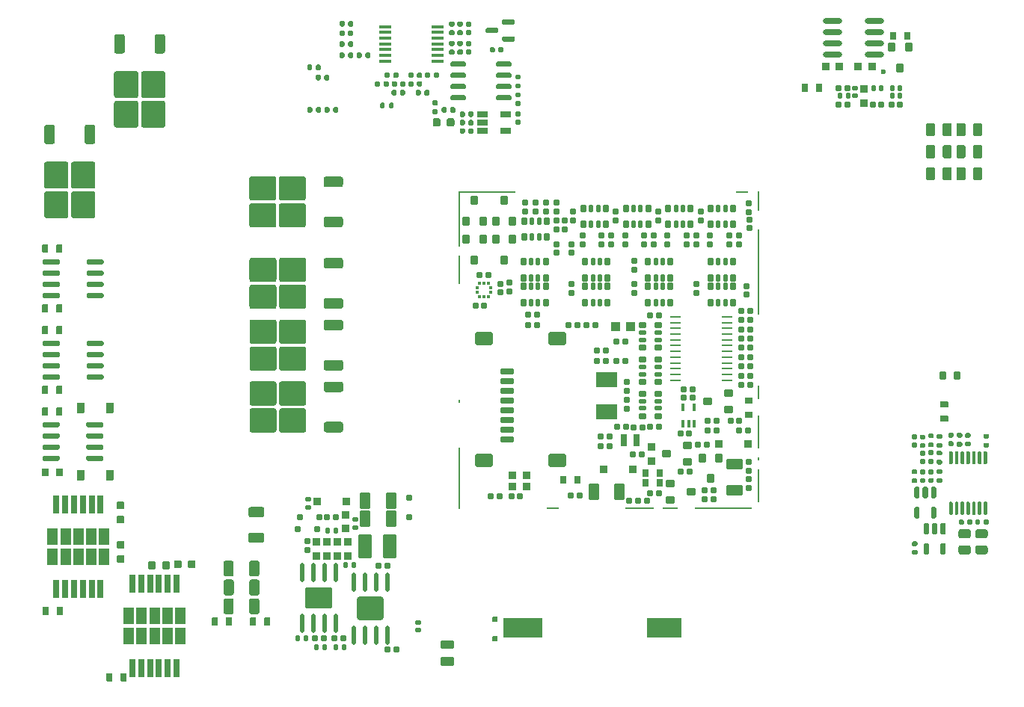
<source format=gbp>
G75*
G70*
%OFA0B0*%
%FSLAX25Y25*%
%IPPOS*%
%LPD*%
%AMOC8*
5,1,8,0,0,1.08239X$1,22.5*
%
%AMM109*
21,1,0.023620,0.018900,-0.000000,-0.000000,0.000000*
21,1,0.018900,0.023620,-0.000000,-0.000000,0.000000*
1,1,0.004720,0.009450,-0.009450*
1,1,0.004720,-0.009450,-0.009450*
1,1,0.004720,-0.009450,0.009450*
1,1,0.004720,0.009450,0.009450*
%
%AMM11*
21,1,0.023620,0.018900,0.000000,0.000000,90.000000*
21,1,0.018900,0.023620,0.000000,0.000000,90.000000*
1,1,0.004720,0.009450,0.009450*
1,1,0.004720,0.009450,-0.009450*
1,1,0.004720,-0.009450,-0.009450*
1,1,0.004720,-0.009450,0.009450*
%
%AMM110*
21,1,0.019680,0.019680,-0.000000,-0.000000,90.000000*
21,1,0.015750,0.023620,-0.000000,-0.000000,90.000000*
1,1,0.003940,0.009840,0.007870*
1,1,0.003940,0.009840,-0.007870*
1,1,0.003940,-0.009840,-0.007870*
1,1,0.003940,-0.009840,0.007870*
%
%AMM111*
21,1,0.033470,0.026770,-0.000000,-0.000000,90.000000*
21,1,0.026770,0.033470,-0.000000,-0.000000,90.000000*
1,1,0.006690,0.013390,0.013390*
1,1,0.006690,0.013390,-0.013390*
1,1,0.006690,-0.013390,-0.013390*
1,1,0.006690,-0.013390,0.013390*
%
%AMM112*
21,1,0.019680,0.019680,-0.000000,-0.000000,180.000000*
21,1,0.015750,0.023620,-0.000000,-0.000000,180.000000*
1,1,0.003940,-0.007870,0.009840*
1,1,0.003940,0.007870,0.009840*
1,1,0.003940,0.007870,-0.009840*
1,1,0.003940,-0.007870,-0.009840*
%
%AMM12*
21,1,0.019680,0.019680,0.000000,0.000000,0.000000*
21,1,0.015750,0.023620,0.000000,0.000000,0.000000*
1,1,0.003940,0.007870,-0.009840*
1,1,0.003940,-0.007870,-0.009840*
1,1,0.003940,-0.007870,0.009840*
1,1,0.003940,0.007870,0.009840*
%
%AMM13*
21,1,0.019680,0.019680,0.000000,0.000000,270.000000*
21,1,0.015750,0.023620,0.000000,0.000000,270.000000*
1,1,0.003940,-0.009840,-0.007870*
1,1,0.003940,-0.009840,0.007870*
1,1,0.003940,0.009840,0.007870*
1,1,0.003940,0.009840,-0.007870*
%
%AMM175*
21,1,0.025590,0.026380,-0.000000,-0.000000,90.000000*
21,1,0.020470,0.031500,-0.000000,-0.000000,90.000000*
1,1,0.005120,0.013190,0.010240*
1,1,0.005120,0.013190,-0.010240*
1,1,0.005120,-0.013190,-0.010240*
1,1,0.005120,-0.013190,0.010240*
%
%AMM176*
21,1,0.017720,0.027950,-0.000000,-0.000000,90.000000*
21,1,0.014170,0.031500,-0.000000,-0.000000,90.000000*
1,1,0.003540,0.013980,0.007090*
1,1,0.003540,0.013980,-0.007090*
1,1,0.003540,-0.013980,-0.007090*
1,1,0.003540,-0.013980,0.007090*
%
%AMM179*
21,1,0.027560,0.018900,-0.000000,-0.000000,270.000000*
21,1,0.022840,0.023620,-0.000000,-0.000000,270.000000*
1,1,0.004720,-0.009450,-0.011420*
1,1,0.004720,-0.009450,0.011420*
1,1,0.004720,0.009450,0.011420*
1,1,0.004720,0.009450,-0.011420*
%
%AMM181*
21,1,0.027560,0.018900,-0.000000,-0.000000,0.000000*
21,1,0.022840,0.023620,-0.000000,-0.000000,0.000000*
1,1,0.004720,0.011420,-0.009450*
1,1,0.004720,-0.011420,-0.009450*
1,1,0.004720,-0.011420,0.009450*
1,1,0.004720,0.011420,0.009450*
%
%AMM183*
21,1,0.035430,0.030320,-0.000000,-0.000000,90.000000*
21,1,0.028350,0.037400,-0.000000,-0.000000,90.000000*
1,1,0.007090,0.015160,0.014170*
1,1,0.007090,0.015160,-0.014170*
1,1,0.007090,-0.015160,-0.014170*
1,1,0.007090,-0.015160,0.014170*
%
%AMM186*
21,1,0.027560,0.030710,-0.000000,-0.000000,180.000000*
21,1,0.022050,0.036220,-0.000000,-0.000000,180.000000*
1,1,0.005510,-0.011020,0.015350*
1,1,0.005510,0.011020,0.015350*
1,1,0.005510,0.011020,-0.015350*
1,1,0.005510,-0.011020,-0.015350*
%
%AMM207*
21,1,0.033470,0.026770,-0.000000,-0.000000,270.000000*
21,1,0.026770,0.033470,-0.000000,-0.000000,270.000000*
1,1,0.006690,-0.013390,-0.013390*
1,1,0.006690,-0.013390,0.013390*
1,1,0.006690,0.013390,0.013390*
1,1,0.006690,0.013390,-0.013390*
%
%AMM208*
21,1,0.025590,0.026380,-0.000000,-0.000000,180.000000*
21,1,0.020470,0.031500,-0.000000,-0.000000,180.000000*
1,1,0.005120,-0.010240,0.013190*
1,1,0.005120,0.010240,0.013190*
1,1,0.005120,0.010240,-0.013190*
1,1,0.005120,-0.010240,-0.013190*
%
%AMM209*
21,1,0.017720,0.027950,-0.000000,-0.000000,180.000000*
21,1,0.014170,0.031500,-0.000000,-0.000000,180.000000*
1,1,0.003540,-0.007090,0.013980*
1,1,0.003540,0.007090,0.013980*
1,1,0.003540,0.007090,-0.013980*
1,1,0.003540,-0.007090,-0.013980*
%
%AMM210*
21,1,0.033470,0.026770,-0.000000,-0.000000,180.000000*
21,1,0.026770,0.033470,-0.000000,-0.000000,180.000000*
1,1,0.006690,-0.013390,0.013390*
1,1,0.006690,0.013390,0.013390*
1,1,0.006690,0.013390,-0.013390*
1,1,0.006690,-0.013390,-0.013390*
%
%AMM211*
21,1,0.078740,0.045670,-0.000000,-0.000000,0.000000*
21,1,0.067320,0.057090,-0.000000,-0.000000,0.000000*
1,1,0.011420,0.033660,-0.022840*
1,1,0.011420,-0.033660,-0.022840*
1,1,0.011420,-0.033660,0.022840*
1,1,0.011420,0.033660,0.022840*
%
%AMM212*
21,1,0.059060,0.020470,-0.000000,-0.000000,0.000000*
21,1,0.053940,0.025590,-0.000000,-0.000000,0.000000*
1,1,0.005120,0.026970,-0.010240*
1,1,0.005120,-0.026970,-0.010240*
1,1,0.005120,-0.026970,0.010240*
1,1,0.005120,0.026970,0.010240*
%
%AMM213*
21,1,0.035430,0.030320,-0.000000,-0.000000,0.000000*
21,1,0.028350,0.037400,-0.000000,-0.000000,0.000000*
1,1,0.007090,0.014170,-0.015160*
1,1,0.007090,-0.014170,-0.015160*
1,1,0.007090,-0.014170,0.015160*
1,1,0.007090,0.014170,0.015160*
%
%AMM214*
21,1,0.012600,0.028980,-0.000000,-0.000000,0.000000*
21,1,0.010080,0.031500,-0.000000,-0.000000,0.000000*
1,1,0.002520,0.005040,-0.014490*
1,1,0.002520,-0.005040,-0.014490*
1,1,0.002520,-0.005040,0.014490*
1,1,0.002520,0.005040,0.014490*
%
%AMM215*
21,1,0.070870,0.036220,-0.000000,-0.000000,180.000000*
21,1,0.061810,0.045280,-0.000000,-0.000000,180.000000*
1,1,0.009060,-0.030910,0.018110*
1,1,0.009060,0.030910,0.018110*
1,1,0.009060,0.030910,-0.018110*
1,1,0.009060,-0.030910,-0.018110*
%
%AMM216*
21,1,0.035830,0.026770,-0.000000,-0.000000,180.000000*
21,1,0.029130,0.033470,-0.000000,-0.000000,180.000000*
1,1,0.006690,-0.014570,0.013390*
1,1,0.006690,0.014570,0.013390*
1,1,0.006690,0.014570,-0.013390*
1,1,0.006690,-0.014570,-0.013390*
%
%AMM217*
21,1,0.027560,0.049610,-0.000000,-0.000000,180.000000*
21,1,0.022050,0.055120,-0.000000,-0.000000,180.000000*
1,1,0.005510,-0.011020,0.024800*
1,1,0.005510,0.011020,0.024800*
1,1,0.005510,0.011020,-0.024800*
1,1,0.005510,-0.011020,-0.024800*
%
%AMM218*
21,1,0.070870,0.036220,-0.000000,-0.000000,270.000000*
21,1,0.061810,0.045280,-0.000000,-0.000000,270.000000*
1,1,0.009060,-0.018110,-0.030910*
1,1,0.009060,-0.018110,0.030910*
1,1,0.009060,0.018110,0.030910*
1,1,0.009060,0.018110,-0.030910*
%
%AMM219*
21,1,0.027560,0.030710,-0.000000,-0.000000,270.000000*
21,1,0.022050,0.036220,-0.000000,-0.000000,270.000000*
1,1,0.005510,-0.015350,-0.011020*
1,1,0.005510,-0.015350,0.011020*
1,1,0.005510,0.015350,0.011020*
1,1,0.005510,0.015350,-0.011020*
%
%AMM241*
21,1,0.035430,0.030320,-0.000000,0.000000,0.000000*
21,1,0.028350,0.037400,-0.000000,0.000000,0.000000*
1,1,0.007090,0.014170,0.015160*
1,1,0.007090,-0.014170,0.015160*
1,1,0.007090,-0.014170,-0.015160*
1,1,0.007090,0.014170,-0.015160*
%
%AMM242*
21,1,0.033470,0.026770,-0.000000,0.000000,180.000000*
21,1,0.026770,0.033470,-0.000000,0.000000,180.000000*
1,1,0.006690,-0.013390,-0.013390*
1,1,0.006690,0.013390,-0.013390*
1,1,0.006690,0.013390,0.013390*
1,1,0.006690,-0.013390,0.013390*
%
%AMM243*
21,1,0.027560,0.030710,-0.000000,0.000000,0.000000*
21,1,0.022050,0.036220,-0.000000,0.000000,0.000000*
1,1,0.005510,0.011020,0.015350*
1,1,0.005510,-0.011020,0.015350*
1,1,0.005510,-0.011020,-0.015350*
1,1,0.005510,0.011020,-0.015350*
%
%AMM27*
21,1,0.023620,0.018900,0.000000,0.000000,0.000000*
21,1,0.018900,0.023620,0.000000,0.000000,0.000000*
1,1,0.004720,0.009450,-0.009450*
1,1,0.004720,-0.009450,-0.009450*
1,1,0.004720,-0.009450,0.009450*
1,1,0.004720,0.009450,0.009450*
%
%AMM28*
21,1,0.106300,0.050390,0.000000,0.000000,90.000000*
21,1,0.093700,0.062990,0.000000,0.000000,90.000000*
1,1,0.012600,0.025200,0.046850*
1,1,0.012600,0.025200,-0.046850*
1,1,0.012600,-0.025200,-0.046850*
1,1,0.012600,-0.025200,0.046850*
%
%AMM29*
21,1,0.033470,0.026770,0.000000,0.000000,270.000000*
21,1,0.026770,0.033470,0.000000,0.000000,270.000000*
1,1,0.006690,-0.013390,-0.013390*
1,1,0.006690,-0.013390,0.013390*
1,1,0.006690,0.013390,0.013390*
1,1,0.006690,0.013390,-0.013390*
%
%AMM30*
21,1,0.122050,0.075590,0.000000,0.000000,180.000000*
21,1,0.103150,0.094490,0.000000,0.000000,180.000000*
1,1,0.018900,-0.051580,0.037800*
1,1,0.018900,0.051580,0.037800*
1,1,0.018900,0.051580,-0.037800*
1,1,0.018900,-0.051580,-0.037800*
%
%AMM31*
21,1,0.118110,0.083460,0.000000,0.000000,0.000000*
21,1,0.097240,0.104330,0.000000,0.000000,0.000000*
1,1,0.020870,0.048620,-0.041730*
1,1,0.020870,-0.048620,-0.041730*
1,1,0.020870,-0.048620,0.041730*
1,1,0.020870,0.048620,0.041730*
%
%AMM7*
21,1,0.035830,0.026770,0.000000,0.000000,0.000000*
21,1,0.029130,0.033470,0.000000,0.000000,0.000000*
1,1,0.006690,0.014570,-0.013390*
1,1,0.006690,-0.014570,-0.013390*
1,1,0.006690,-0.014570,0.013390*
1,1,0.006690,0.014570,0.013390*
%
%AMM8*
21,1,0.070870,0.036220,0.000000,0.000000,90.000000*
21,1,0.061810,0.045280,0.000000,0.000000,90.000000*
1,1,0.009060,0.018110,0.030910*
1,1,0.009060,0.018110,-0.030910*
1,1,0.009060,-0.018110,-0.030910*
1,1,0.009060,-0.018110,0.030910*
%
%ADD100M7*%
%ADD101M8*%
%ADD104M11*%
%ADD105M12*%
%ADD106M13*%
%ADD124M27*%
%ADD125M28*%
%ADD126M29*%
%ADD127O,0.01968X0.08661*%
%ADD128M30*%
%ADD129M31*%
%ADD158R,0.05709X0.01772*%
%ADD159R,0.04803X0.02559*%
%ADD174O,0.08661X0.02362*%
%ADD21C,0.02362*%
%ADD217R,0.01378X0.01476*%
%ADD220O,0.04961X0.00984*%
%ADD222R,0.09449X0.06693*%
%ADD223R,0.01476X0.01378*%
%ADD225R,0.03937X0.04331*%
%ADD268M109*%
%ADD269M110*%
%ADD270M111*%
%ADD271M112*%
%ADD371M175*%
%ADD372M176*%
%ADD375M179*%
%ADD377M181*%
%ADD379M183*%
%ADD382M186*%
%ADD403M207*%
%ADD404M208*%
%ADD405M209*%
%ADD406M210*%
%ADD407M211*%
%ADD408M212*%
%ADD409M213*%
%ADD410M214*%
%ADD411M215*%
%ADD412M216*%
%ADD413M217*%
%ADD414M218*%
%ADD415M219*%
%ADD43R,0.00787X0.14567*%
%ADD44R,0.00787X0.01575*%
%ADD442M241*%
%ADD443M242*%
%ADD444M243*%
%ADD45R,0.00787X0.06299*%
%ADD46R,0.00787X0.38189*%
%ADD47R,0.00787X0.09055*%
%ADD48R,0.05512X0.00787*%
%ADD49R,0.25197X0.00787*%
%ADD50R,0.06693X0.00787*%
%ADD51R,0.12992X0.00787*%
%ADD52R,0.00787X0.27559*%
%ADD53R,0.00787X0.12992*%
%ADD54R,0.00787X0.24803*%
%ADD78R,0.17323X0.09055*%
%ADD79R,0.15748X0.09055*%
%ADD80R,0.02559X0.07874*%
%ADD90R,0.04567X0.07677*%
%ADD91O,0.00000X0.00000*%
X0000000Y0000000D02*
%LPD*%
G01*
G36*
G01*
X0409036Y0253070D02*
X0409036Y0248149D01*
G75*
G02*
X0408642Y0247756I-000394J0000000D01*
G01*
X0405492Y0247756D01*
G75*
G02*
X0405099Y0248149I0000000J0000394D01*
G01*
X0405099Y0253070D01*
G75*
G02*
X0405492Y0253464I0000394J0000000D01*
G01*
X0408642Y0253464D01*
G75*
G02*
X0409036Y0253070I0000000J-000394D01*
G01*
G37*
G36*
G01*
X0401555Y0253070D02*
X0401555Y0248149D01*
G75*
G02*
X0401161Y0247756I-000394J0000000D01*
G01*
X0398012Y0247756D01*
G75*
G02*
X0397618Y0248149I0000000J0000394D01*
G01*
X0397618Y0253070D01*
G75*
G02*
X0398012Y0253464I0000394J0000000D01*
G01*
X0401161Y0253464D01*
G75*
G02*
X0401555Y0253070I0000000J-000394D01*
G01*
G37*
G36*
G01*
X0409036Y0243228D02*
X0409036Y0238307D01*
G75*
G02*
X0408642Y0237913I-000394J0000000D01*
G01*
X0405492Y0237913D01*
G75*
G02*
X0405099Y0238307I0000000J0000394D01*
G01*
X0405099Y0243228D01*
G75*
G02*
X0405492Y0243622I0000394J0000000D01*
G01*
X0408642Y0243622D01*
G75*
G02*
X0409036Y0243228I0000000J-000394D01*
G01*
G37*
G36*
G01*
X0401555Y0243228D02*
X0401555Y0238307D01*
G75*
G02*
X0401161Y0237913I-000394J0000000D01*
G01*
X0398012Y0237913D01*
G75*
G02*
X0397618Y0238307I0000000J0000394D01*
G01*
X0397618Y0243228D01*
G75*
G02*
X0398012Y0243622I0000394J0000000D01*
G01*
X0401161Y0243622D01*
G75*
G02*
X0401555Y0243228I0000000J-000394D01*
G01*
G37*
G36*
G01*
X0019134Y0094547D02*
X0019134Y0098563D01*
G75*
G02*
X0019488Y0098917I0000354J0000000D01*
G01*
X0022323Y0098917D01*
G75*
G02*
X0022677Y0098563I0000000J-000354D01*
G01*
X0022677Y0094547D01*
G75*
G02*
X0022323Y0094193I-000354J0000000D01*
G01*
X0019488Y0094193D01*
G75*
G02*
X0019134Y0094547I0000000J0000354D01*
G01*
G37*
G36*
G01*
X0032126Y0094547D02*
X0032126Y0098563D01*
G75*
G02*
X0032480Y0098917I0000354J0000000D01*
G01*
X0035315Y0098917D01*
G75*
G02*
X0035669Y0098563I0000000J-000354D01*
G01*
X0035669Y0094547D01*
G75*
G02*
X0035315Y0094193I-000354J0000000D01*
G01*
X0032480Y0094193D01*
G75*
G02*
X0032126Y0094547I0000000J0000354D01*
G01*
G37*
D78*
X0217933Y0028563D03*
D79*
X0280925Y0028563D03*
G36*
G01*
X0099606Y0034468D02*
X0096890Y0034468D01*
G75*
G02*
X0095984Y0035374I0000000J0000906D01*
G01*
X0095984Y0040649D01*
G75*
G02*
X0096890Y0041555I0000906J0000000D01*
G01*
X0099606Y0041555D01*
G75*
G02*
X0100512Y0040649I0000000J-000906D01*
G01*
X0100512Y0035374D01*
G75*
G02*
X0099606Y0034468I-000906J0000000D01*
G01*
G37*
G36*
G01*
X0088189Y0034468D02*
X0085472Y0034468D01*
G75*
G02*
X0084567Y0035374I0000000J0000906D01*
G01*
X0084567Y0040649D01*
G75*
G02*
X0085472Y0041555I0000906J0000000D01*
G01*
X0088189Y0041555D01*
G75*
G02*
X0089094Y0040649I0000000J-000906D01*
G01*
X0089094Y0035374D01*
G75*
G02*
X0088189Y0034468I-000906J0000000D01*
G01*
G37*
G36*
G01*
X0050984Y0054921D02*
X0050984Y0057598D01*
G75*
G02*
X0051319Y0057933I0000335J0000000D01*
G01*
X0053996Y0057933D01*
G75*
G02*
X0054331Y0057598I0000000J-000335D01*
G01*
X0054331Y0054921D01*
G75*
G02*
X0053996Y0054586I-000335J0000000D01*
G01*
X0051319Y0054586D01*
G75*
G02*
X0050984Y0054921I0000000J0000335D01*
G01*
G37*
G36*
G01*
X0057205Y0054921D02*
X0057205Y0057598D01*
G75*
G02*
X0057539Y0057933I0000335J0000000D01*
G01*
X0060217Y0057933D01*
G75*
G02*
X0060551Y0057598I0000000J-000335D01*
G01*
X0060551Y0054921D01*
G75*
G02*
X0060217Y0054586I-000335J0000000D01*
G01*
X0057539Y0054586D01*
G75*
G02*
X0057205Y0054921I0000000J0000335D01*
G01*
G37*
G36*
G01*
X0005659Y0252815D02*
X0008415Y0252815D01*
G75*
G02*
X0009400Y0251830I0000000J-000984D01*
G01*
X0009400Y0245137D01*
G75*
G02*
X0008415Y0244153I-000984J0000000D01*
G01*
X0005659Y0244153D01*
G75*
G02*
X0004675Y0245137I0000000J0000984D01*
G01*
X0004675Y0251830D01*
G75*
G02*
X0005659Y0252815I0000984J0000000D01*
G01*
G37*
G36*
G01*
X0017589Y0236279D02*
X0026447Y0236279D01*
G75*
G02*
X0027431Y0235295I0000000J-000984D01*
G01*
X0027431Y0225256D01*
G75*
G02*
X0026447Y0224271I-000984J0000000D01*
G01*
X0017589Y0224271D01*
G75*
G02*
X0016604Y0225256I0000000J0000984D01*
G01*
X0016604Y0235295D01*
G75*
G02*
X0017589Y0236279I0000984J0000000D01*
G01*
G37*
G36*
G01*
X0005581Y0236279D02*
X0014439Y0236279D01*
G75*
G02*
X0015423Y0235295I0000000J-000984D01*
G01*
X0015423Y0225256D01*
G75*
G02*
X0014439Y0224271I-000984J0000000D01*
G01*
X0005581Y0224271D01*
G75*
G02*
X0004596Y0225256I0000000J0000984D01*
G01*
X0004596Y0235295D01*
G75*
G02*
X0005581Y0236279I0000984J0000000D01*
G01*
G37*
G36*
G01*
X0017589Y0223090D02*
X0026447Y0223090D01*
G75*
G02*
X0027431Y0222106I0000000J-000984D01*
G01*
X0027431Y0212067D01*
G75*
G02*
X0026447Y0211082I-000984J0000000D01*
G01*
X0017589Y0211082D01*
G75*
G02*
X0016604Y0212067I0000000J0000984D01*
G01*
X0016604Y0222106D01*
G75*
G02*
X0017589Y0223090I0000984J0000000D01*
G01*
G37*
G36*
G01*
X0005581Y0223090D02*
X0014439Y0223090D01*
G75*
G02*
X0015423Y0222106I0000000J-000984D01*
G01*
X0015423Y0212067D01*
G75*
G02*
X0014439Y0211082I-000984J0000000D01*
G01*
X0005581Y0211082D01*
G75*
G02*
X0004596Y0212067I0000000J0000984D01*
G01*
X0004596Y0222106D01*
G75*
G02*
X0005581Y0223090I0000984J0000000D01*
G01*
G37*
G36*
G01*
X0023612Y0252815D02*
X0026368Y0252815D01*
G75*
G02*
X0027352Y0251830I0000000J-000984D01*
G01*
X0027352Y0245137D01*
G75*
G02*
X0026368Y0244153I-000984J0000000D01*
G01*
X0023612Y0244153D01*
G75*
G02*
X0022628Y0245137I0000000J0000984D01*
G01*
X0022628Y0251830D01*
G75*
G02*
X0023612Y0252815I0000984J0000000D01*
G01*
G37*
G36*
G01*
X0137874Y0137263D02*
X0137874Y0134508D01*
G75*
G02*
X0136890Y0133523I-000984J0000000D01*
G01*
X0130197Y0133523D01*
G75*
G02*
X0129213Y0134508I0000000J0000984D01*
G01*
X0129213Y0137263D01*
G75*
G02*
X0130197Y0138248I0000984J0000000D01*
G01*
X0136890Y0138248D01*
G75*
G02*
X0137874Y0137263I0000000J-000984D01*
G01*
G37*
G36*
G01*
X0121339Y0125334D02*
X0121339Y0116476D01*
G75*
G02*
X0120354Y0115492I-000984J0000000D01*
G01*
X0110315Y0115492D01*
G75*
G02*
X0109331Y0116476I0000000J0000984D01*
G01*
X0109331Y0125334D01*
G75*
G02*
X0110315Y0126319I0000984J0000000D01*
G01*
X0120354Y0126319D01*
G75*
G02*
X0121339Y0125334I0000000J-000984D01*
G01*
G37*
G36*
G01*
X0121339Y0137342D02*
X0121339Y0128484D01*
G75*
G02*
X0120354Y0127500I-000984J0000000D01*
G01*
X0110315Y0127500D01*
G75*
G02*
X0109331Y0128484I0000000J0000984D01*
G01*
X0109331Y0137342D01*
G75*
G02*
X0110315Y0138326I0000984J0000000D01*
G01*
X0120354Y0138326D01*
G75*
G02*
X0121339Y0137342I0000000J-000984D01*
G01*
G37*
G36*
G01*
X0108150Y0125334D02*
X0108150Y0116476D01*
G75*
G02*
X0107165Y0115492I-000984J0000000D01*
G01*
X0097126Y0115492D01*
G75*
G02*
X0096142Y0116476I0000000J0000984D01*
G01*
X0096142Y0125334D01*
G75*
G02*
X0097126Y0126319I0000984J0000000D01*
G01*
X0107165Y0126319D01*
G75*
G02*
X0108150Y0125334I0000000J-000984D01*
G01*
G37*
G36*
G01*
X0108150Y0137342D02*
X0108150Y0128484D01*
G75*
G02*
X0107165Y0127500I-000984J0000000D01*
G01*
X0097126Y0127500D01*
G75*
G02*
X0096142Y0128484I0000000J0000984D01*
G01*
X0096142Y0137342D01*
G75*
G02*
X0097126Y0138326I0000984J0000000D01*
G01*
X0107165Y0138326D01*
G75*
G02*
X0108150Y0137342I0000000J-000984D01*
G01*
G37*
G36*
G01*
X0137874Y0119311D02*
X0137874Y0116555D01*
G75*
G02*
X0136890Y0115570I-000984J0000000D01*
G01*
X0130197Y0115570D01*
G75*
G02*
X0129213Y0116555I0000000J0000984D01*
G01*
X0129213Y0119311D01*
G75*
G02*
X0130197Y0120295I0000984J0000000D01*
G01*
X0136890Y0120295D01*
G75*
G02*
X0137874Y0119311I0000000J-000984D01*
G01*
G37*
G36*
G01*
X0003681Y0196043D02*
X0003681Y0199114D01*
G75*
G02*
X0003957Y0199389I0000276J0000000D01*
G01*
X0006161Y0199389D01*
G75*
G02*
X0006437Y0199114I0000000J-000276D01*
G01*
X0006437Y0196043D01*
G75*
G02*
X0006161Y0195767I-000276J0000000D01*
G01*
X0003957Y0195767D01*
G75*
G02*
X0003681Y0196043I0000000J0000276D01*
G01*
G37*
G36*
G01*
X0009980Y0196043D02*
X0009980Y0199114D01*
G75*
G02*
X0010256Y0199389I0000276J0000000D01*
G01*
X0012461Y0199389D01*
G75*
G02*
X0012736Y0199114I0000000J-000276D01*
G01*
X0012736Y0196043D01*
G75*
G02*
X0012461Y0195767I-000276J0000000D01*
G01*
X0010256Y0195767D01*
G75*
G02*
X0009980Y0196043I0000000J0000276D01*
G01*
G37*
G36*
G01*
X0403720Y0139429D02*
X0403720Y0142500D01*
G75*
G02*
X0403996Y0142775I0000276J0000000D01*
G01*
X0406201Y0142775D01*
G75*
G02*
X0406476Y0142500I0000000J-000276D01*
G01*
X0406476Y0139429D01*
G75*
G02*
X0406201Y0139153I-000276J0000000D01*
G01*
X0403996Y0139153D01*
G75*
G02*
X0403720Y0139429I0000000J0000276D01*
G01*
G37*
G36*
G01*
X0410020Y0139429D02*
X0410020Y0142500D01*
G75*
G02*
X0410295Y0142775I0000276J0000000D01*
G01*
X0412500Y0142775D01*
G75*
G02*
X0412776Y0142500I0000000J-000276D01*
G01*
X0412776Y0139429D01*
G75*
G02*
X0412500Y0139153I-000276J0000000D01*
G01*
X0410295Y0139153D01*
G75*
G02*
X0410020Y0139429I0000000J0000276D01*
G01*
G37*
G36*
G01*
X0099646Y0042854D02*
X0096929Y0042854D01*
G75*
G02*
X0096024Y0043759I0000000J0000906D01*
G01*
X0096024Y0049035D01*
G75*
G02*
X0096929Y0049941I0000906J0000000D01*
G01*
X0099646Y0049941D01*
G75*
G02*
X0100551Y0049035I0000000J-000906D01*
G01*
X0100551Y0043759D01*
G75*
G02*
X0099646Y0042854I-000906J0000000D01*
G01*
G37*
G36*
G01*
X0088228Y0042854D02*
X0085512Y0042854D01*
G75*
G02*
X0084606Y0043759I0000000J0000906D01*
G01*
X0084606Y0049035D01*
G75*
G02*
X0085512Y0049941I0000906J0000000D01*
G01*
X0088228Y0049941D01*
G75*
G02*
X0089134Y0049035I0000000J-000906D01*
G01*
X0089134Y0043759D01*
G75*
G02*
X0088228Y0042854I-000906J0000000D01*
G01*
G37*
G36*
G01*
X0137835Y0192421D02*
X0137835Y0189665D01*
G75*
G02*
X0136850Y0188681I-000984J0000000D01*
G01*
X0130157Y0188681D01*
G75*
G02*
X0129173Y0189665I0000000J0000984D01*
G01*
X0129173Y0192421D01*
G75*
G02*
X0130157Y0193405I0000984J0000000D01*
G01*
X0136850Y0193405D01*
G75*
G02*
X0137835Y0192421I0000000J-000984D01*
G01*
G37*
G36*
G01*
X0121299Y0180492D02*
X0121299Y0171633D01*
G75*
G02*
X0120315Y0170649I-000984J0000000D01*
G01*
X0110276Y0170649D01*
G75*
G02*
X0109291Y0171633I0000000J0000984D01*
G01*
X0109291Y0180492D01*
G75*
G02*
X0110276Y0181476I0000984J0000000D01*
G01*
X0120315Y0181476D01*
G75*
G02*
X0121299Y0180492I0000000J-000984D01*
G01*
G37*
G36*
G01*
X0121299Y0192500D02*
X0121299Y0183641D01*
G75*
G02*
X0120315Y0182657I-000984J0000000D01*
G01*
X0110276Y0182657D01*
G75*
G02*
X0109291Y0183641I0000000J0000984D01*
G01*
X0109291Y0192500D01*
G75*
G02*
X0110276Y0193484I0000984J0000000D01*
G01*
X0120315Y0193484D01*
G75*
G02*
X0121299Y0192500I0000000J-000984D01*
G01*
G37*
G36*
G01*
X0108110Y0180492D02*
X0108110Y0171633D01*
G75*
G02*
X0107126Y0170649I-000984J0000000D01*
G01*
X0097087Y0170649D01*
G75*
G02*
X0096102Y0171633I0000000J0000984D01*
G01*
X0096102Y0180492D01*
G75*
G02*
X0097087Y0181476I0000984J0000000D01*
G01*
X0107126Y0181476D01*
G75*
G02*
X0108110Y0180492I0000000J-000984D01*
G01*
G37*
G36*
G01*
X0108110Y0192500D02*
X0108110Y0183641D01*
G75*
G02*
X0107126Y0182657I-000984J0000000D01*
G01*
X0097087Y0182657D01*
G75*
G02*
X0096102Y0183641I0000000J0000984D01*
G01*
X0096102Y0192500D01*
G75*
G02*
X0097087Y0193484I0000984J0000000D01*
G01*
X0107126Y0193484D01*
G75*
G02*
X0108110Y0192500I0000000J-000984D01*
G01*
G37*
G36*
G01*
X0137835Y0174468D02*
X0137835Y0171712D01*
G75*
G02*
X0136850Y0170728I-000984J0000000D01*
G01*
X0130157Y0170728D01*
G75*
G02*
X0129173Y0171712I0000000J0000984D01*
G01*
X0129173Y0174468D01*
G75*
G02*
X0130157Y0175452I0000984J0000000D01*
G01*
X0136850Y0175452D01*
G75*
G02*
X0137835Y0174468I0000000J-000984D01*
G01*
G37*
G36*
G01*
X0186732Y0011476D02*
X0181811Y0011476D01*
G75*
G02*
X0181417Y0011870I0000000J0000394D01*
G01*
X0181417Y0015019D01*
G75*
G02*
X0181811Y0015413I0000394J0000000D01*
G01*
X0186732Y0015413D01*
G75*
G02*
X0187126Y0015019I0000000J-000394D01*
G01*
X0187126Y0011870D01*
G75*
G02*
X0186732Y0011476I-000394J0000000D01*
G01*
G37*
G36*
G01*
X0186732Y0018956D02*
X0181811Y0018956D01*
G75*
G02*
X0181417Y0019350I0000000J0000394D01*
G01*
X0181417Y0022500D01*
G75*
G02*
X0181811Y0022893I0000394J0000000D01*
G01*
X0186732Y0022893D01*
G75*
G02*
X0187126Y0022500I0000000J-000394D01*
G01*
X0187126Y0019350D01*
G75*
G02*
X0186732Y0018956I-000394J0000000D01*
G01*
G37*
G36*
G01*
X0003957Y0176023D02*
X0003957Y0177204D01*
G75*
G02*
X0004547Y0177795I0000591J0000000D01*
G01*
X0011043Y0177795D01*
G75*
G02*
X0011634Y0177204I0000000J-000591D01*
G01*
X0011634Y0176023D01*
G75*
G02*
X0011043Y0175433I-000591J0000000D01*
G01*
X0004547Y0175433D01*
G75*
G02*
X0003957Y0176023I0000000J0000591D01*
G01*
G37*
G36*
G01*
X0003957Y0181023D02*
X0003957Y0182204D01*
G75*
G02*
X0004547Y0182795I0000591J0000000D01*
G01*
X0011043Y0182795D01*
G75*
G02*
X0011634Y0182204I0000000J-000591D01*
G01*
X0011634Y0181023D01*
G75*
G02*
X0011043Y0180433I-000591J0000000D01*
G01*
X0004547Y0180433D01*
G75*
G02*
X0003957Y0181023I0000000J0000591D01*
G01*
G37*
G36*
G01*
X0003957Y0186023D02*
X0003957Y0187204D01*
G75*
G02*
X0004547Y0187795I0000591J0000000D01*
G01*
X0011043Y0187795D01*
G75*
G02*
X0011634Y0187204I0000000J-000591D01*
G01*
X0011634Y0186023D01*
G75*
G02*
X0011043Y0185433I-000591J0000000D01*
G01*
X0004547Y0185433D01*
G75*
G02*
X0003957Y0186023I0000000J0000591D01*
G01*
G37*
G36*
G01*
X0003957Y0191023D02*
X0003957Y0192204D01*
G75*
G02*
X0004547Y0192795I0000591J0000000D01*
G01*
X0011043Y0192795D01*
G75*
G02*
X0011634Y0192204I0000000J-000591D01*
G01*
X0011634Y0191023D01*
G75*
G02*
X0011043Y0190433I-000591J0000000D01*
G01*
X0004547Y0190433D01*
G75*
G02*
X0003957Y0191023I0000000J0000591D01*
G01*
G37*
G36*
G01*
X0023445Y0191023D02*
X0023445Y0192204D01*
G75*
G02*
X0024035Y0192795I0000591J0000000D01*
G01*
X0030531Y0192795D01*
G75*
G02*
X0031122Y0192204I0000000J-000591D01*
G01*
X0031122Y0191023D01*
G75*
G02*
X0030531Y0190433I-000591J0000000D01*
G01*
X0024035Y0190433D01*
G75*
G02*
X0023445Y0191023I0000000J0000591D01*
G01*
G37*
G36*
G01*
X0023445Y0186023D02*
X0023445Y0187204D01*
G75*
G02*
X0024035Y0187795I0000591J0000000D01*
G01*
X0030531Y0187795D01*
G75*
G02*
X0031122Y0187204I0000000J-000591D01*
G01*
X0031122Y0186023D01*
G75*
G02*
X0030531Y0185433I-000591J0000000D01*
G01*
X0024035Y0185433D01*
G75*
G02*
X0023445Y0186023I0000000J0000591D01*
G01*
G37*
G36*
G01*
X0023445Y0181023D02*
X0023445Y0182204D01*
G75*
G02*
X0024035Y0182795I0000591J0000000D01*
G01*
X0030531Y0182795D01*
G75*
G02*
X0031122Y0182204I0000000J-000591D01*
G01*
X0031122Y0181023D01*
G75*
G02*
X0030531Y0180433I-000591J0000000D01*
G01*
X0024035Y0180433D01*
G75*
G02*
X0023445Y0181023I0000000J0000591D01*
G01*
G37*
G36*
G01*
X0023445Y0176023D02*
X0023445Y0177204D01*
G75*
G02*
X0024035Y0177795I0000591J0000000D01*
G01*
X0030531Y0177795D01*
G75*
G02*
X0031122Y0177204I0000000J-000591D01*
G01*
X0031122Y0176023D01*
G75*
G02*
X0030531Y0175433I-000591J0000000D01*
G01*
X0024035Y0175433D01*
G75*
G02*
X0023445Y0176023I0000000J0000591D01*
G01*
G37*
G36*
G01*
X0422618Y0253070D02*
X0422618Y0248149D01*
G75*
G02*
X0422224Y0247756I-000394J0000000D01*
G01*
X0419075Y0247756D01*
G75*
G02*
X0418681Y0248149I0000000J0000394D01*
G01*
X0418681Y0253070D01*
G75*
G02*
X0419075Y0253464I0000394J0000000D01*
G01*
X0422224Y0253464D01*
G75*
G02*
X0422618Y0253070I0000000J-000394D01*
G01*
G37*
G36*
G01*
X0415138Y0253070D02*
X0415138Y0248149D01*
G75*
G02*
X0414744Y0247756I-000394J0000000D01*
G01*
X0411594Y0247756D01*
G75*
G02*
X0411201Y0248149I0000000J0000394D01*
G01*
X0411201Y0253070D01*
G75*
G02*
X0411594Y0253464I0000394J0000000D01*
G01*
X0414744Y0253464D01*
G75*
G02*
X0415138Y0253070I0000000J-000394D01*
G01*
G37*
G36*
G01*
X0012972Y0037460D02*
X0012972Y0034389D01*
G75*
G02*
X0012697Y0034114I-000276J0000000D01*
G01*
X0010492Y0034114D01*
G75*
G02*
X0010217Y0034389I0000000J0000276D01*
G01*
X0010217Y0037460D01*
G75*
G02*
X0010492Y0037736I0000276J0000000D01*
G01*
X0012697Y0037736D01*
G75*
G02*
X0012972Y0037460I0000000J-000276D01*
G01*
G37*
G36*
G01*
X0006673Y0037460D02*
X0006673Y0034389D01*
G75*
G02*
X0006398Y0034114I-000276J0000000D01*
G01*
X0004193Y0034114D01*
G75*
G02*
X0003917Y0034389I0000000J0000276D01*
G01*
X0003917Y0037460D01*
G75*
G02*
X0004193Y0037736I0000276J0000000D01*
G01*
X0006398Y0037736D01*
G75*
G02*
X0006673Y0037460I0000000J-000276D01*
G01*
G37*
G36*
G01*
X0037421Y0066968D02*
X0040098Y0066968D01*
G75*
G02*
X0040433Y0066633I0000000J-000335D01*
G01*
X0040433Y0063956D01*
G75*
G02*
X0040098Y0063622I-000335J0000000D01*
G01*
X0037421Y0063622D01*
G75*
G02*
X0037087Y0063956I0000000J0000335D01*
G01*
X0037087Y0066633D01*
G75*
G02*
X0037421Y0066968I0000335J0000000D01*
G01*
G37*
G36*
G01*
X0037421Y0060748D02*
X0040098Y0060748D01*
G75*
G02*
X0040433Y0060413I0000000J-000335D01*
G01*
X0040433Y0057736D01*
G75*
G02*
X0040098Y0057401I-000335J0000000D01*
G01*
X0037421Y0057401D01*
G75*
G02*
X0037087Y0057736I0000000J0000335D01*
G01*
X0037087Y0060413D01*
G75*
G02*
X0037421Y0060748I0000335J0000000D01*
G01*
G37*
G36*
G01*
X0204390Y0031240D02*
X0204390Y0033130D01*
G75*
G02*
X0204626Y0033366I0000236J0000000D01*
G01*
X0206516Y0033366D01*
G75*
G02*
X0206752Y0033130I0000000J-000236D01*
G01*
X0206752Y0031240D01*
G75*
G02*
X0206516Y0031004I-000236J0000000D01*
G01*
X0204626Y0031004D01*
G75*
G02*
X0204390Y0031240I0000000J0000236D01*
G01*
G37*
G36*
G01*
X0204390Y0022578D02*
X0204390Y0024468D01*
G75*
G02*
X0204626Y0024704I0000236J0000000D01*
G01*
X0206516Y0024704D01*
G75*
G02*
X0206752Y0024468I0000000J-000236D01*
G01*
X0206752Y0022578D01*
G75*
G02*
X0206516Y0022342I-000236J0000000D01*
G01*
X0204626Y0022342D01*
G75*
G02*
X0204390Y0022578I0000000J0000236D01*
G01*
G37*
D90*
X0031398Y0069114D03*
X0025650Y0069114D03*
X0019902Y0069114D03*
X0014154Y0069114D03*
X0008406Y0069114D03*
X0031398Y0060256D03*
X0025650Y0060256D03*
X0019902Y0060256D03*
X0014154Y0060256D03*
X0008406Y0060256D03*
D80*
X0010059Y0083582D03*
X0013996Y0083582D03*
X0017933Y0083582D03*
X0021870Y0083582D03*
X0025807Y0083582D03*
X0029744Y0083582D03*
X0029744Y0045787D03*
X0025807Y0045787D03*
X0021870Y0045787D03*
X0017933Y0045787D03*
X0013996Y0045787D03*
X0010059Y0045787D03*
G36*
G01*
X0003681Y0169350D02*
X0003681Y0172421D01*
G75*
G02*
X0003957Y0172696I0000276J0000000D01*
G01*
X0006161Y0172696D01*
G75*
G02*
X0006437Y0172421I0000000J-000276D01*
G01*
X0006437Y0169350D01*
G75*
G02*
X0006161Y0169074I-000276J0000000D01*
G01*
X0003957Y0169074D01*
G75*
G02*
X0003681Y0169350I0000000J0000276D01*
G01*
G37*
G36*
G01*
X0009980Y0169350D02*
X0009980Y0172421D01*
G75*
G02*
X0010256Y0172696I0000276J0000000D01*
G01*
X0012461Y0172696D01*
G75*
G02*
X0012736Y0172421I0000000J-000276D01*
G01*
X0012736Y0169350D01*
G75*
G02*
X0012461Y0169074I-000276J0000000D01*
G01*
X0010256Y0169074D01*
G75*
G02*
X0009980Y0169350I0000000J0000276D01*
G01*
G37*
G36*
G01*
X0095610Y0067244D02*
X0095610Y0069960D01*
G75*
G02*
X0096516Y0070866I0000906J0000000D01*
G01*
X0101791Y0070866D01*
G75*
G02*
X0102697Y0069960I0000000J-000906D01*
G01*
X0102697Y0067244D01*
G75*
G02*
X0101791Y0066338I-000906J0000000D01*
G01*
X0096516Y0066338D01*
G75*
G02*
X0095610Y0067244I0000000J0000906D01*
G01*
G37*
G36*
G01*
X0095610Y0078661D02*
X0095610Y0081378D01*
G75*
G02*
X0096516Y0082283I0000906J0000000D01*
G01*
X0101791Y0082283D01*
G75*
G02*
X0102697Y0081378I0000000J-000906D01*
G01*
X0102697Y0078661D01*
G75*
G02*
X0101791Y0077756I-000906J0000000D01*
G01*
X0096516Y0077756D01*
G75*
G02*
X0095610Y0078661I0000000J0000906D01*
G01*
G37*
D91*
X0368622Y0275561D03*
G36*
G01*
X0037264Y0084626D02*
X0039941Y0084626D01*
G75*
G02*
X0040276Y0084291I0000000J-000335D01*
G01*
X0040276Y0081614D01*
G75*
G02*
X0039941Y0081279I-000335J0000000D01*
G01*
X0037264Y0081279D01*
G75*
G02*
X0036929Y0081614I0000000J0000335D01*
G01*
X0036929Y0084291D01*
G75*
G02*
X0037264Y0084626I0000335J0000000D01*
G01*
G37*
G36*
G01*
X0037264Y0078405D02*
X0039941Y0078405D01*
G75*
G02*
X0040276Y0078070I0000000J-000335D01*
G01*
X0040276Y0075393D01*
G75*
G02*
X0039941Y0075059I-000335J0000000D01*
G01*
X0037264Y0075059D01*
G75*
G02*
X0036929Y0075393I0000000J0000335D01*
G01*
X0036929Y0078070D01*
G75*
G02*
X0037264Y0078405I0000335J0000000D01*
G01*
G37*
G36*
G01*
X0003957Y0139724D02*
X0003957Y0140905D01*
G75*
G02*
X0004547Y0141496I0000591J0000000D01*
G01*
X0011043Y0141496D01*
G75*
G02*
X0011634Y0140905I0000000J-000591D01*
G01*
X0011634Y0139724D01*
G75*
G02*
X0011043Y0139133I-000591J0000000D01*
G01*
X0004547Y0139133D01*
G75*
G02*
X0003957Y0139724I0000000J0000591D01*
G01*
G37*
G36*
G01*
X0003957Y0144724D02*
X0003957Y0145905D01*
G75*
G02*
X0004547Y0146496I0000591J0000000D01*
G01*
X0011043Y0146496D01*
G75*
G02*
X0011634Y0145905I0000000J-000591D01*
G01*
X0011634Y0144724D01*
G75*
G02*
X0011043Y0144133I-000591J0000000D01*
G01*
X0004547Y0144133D01*
G75*
G02*
X0003957Y0144724I0000000J0000591D01*
G01*
G37*
G36*
G01*
X0003957Y0149724D02*
X0003957Y0150905D01*
G75*
G02*
X0004547Y0151496I0000591J0000000D01*
G01*
X0011043Y0151496D01*
G75*
G02*
X0011634Y0150905I0000000J-000591D01*
G01*
X0011634Y0149724D01*
G75*
G02*
X0011043Y0149133I-000591J0000000D01*
G01*
X0004547Y0149133D01*
G75*
G02*
X0003957Y0149724I0000000J0000591D01*
G01*
G37*
G36*
G01*
X0003957Y0154724D02*
X0003957Y0155905D01*
G75*
G02*
X0004547Y0156496I0000591J0000000D01*
G01*
X0011043Y0156496D01*
G75*
G02*
X0011634Y0155905I0000000J-000591D01*
G01*
X0011634Y0154724D01*
G75*
G02*
X0011043Y0154133I-000591J0000000D01*
G01*
X0004547Y0154133D01*
G75*
G02*
X0003957Y0154724I0000000J0000591D01*
G01*
G37*
G36*
G01*
X0023445Y0154724D02*
X0023445Y0155905D01*
G75*
G02*
X0024035Y0156496I0000591J0000000D01*
G01*
X0030531Y0156496D01*
G75*
G02*
X0031122Y0155905I0000000J-000591D01*
G01*
X0031122Y0154724D01*
G75*
G02*
X0030531Y0154133I-000591J0000000D01*
G01*
X0024035Y0154133D01*
G75*
G02*
X0023445Y0154724I0000000J0000591D01*
G01*
G37*
G36*
G01*
X0023445Y0149724D02*
X0023445Y0150905D01*
G75*
G02*
X0024035Y0151496I0000591J0000000D01*
G01*
X0030531Y0151496D01*
G75*
G02*
X0031122Y0150905I0000000J-000591D01*
G01*
X0031122Y0149724D01*
G75*
G02*
X0030531Y0149133I-000591J0000000D01*
G01*
X0024035Y0149133D01*
G75*
G02*
X0023445Y0149724I0000000J0000591D01*
G01*
G37*
G36*
G01*
X0023445Y0144724D02*
X0023445Y0145905D01*
G75*
G02*
X0024035Y0146496I0000591J0000000D01*
G01*
X0030531Y0146496D01*
G75*
G02*
X0031122Y0145905I0000000J-000591D01*
G01*
X0031122Y0144724D01*
G75*
G02*
X0030531Y0144133I-000591J0000000D01*
G01*
X0024035Y0144133D01*
G75*
G02*
X0023445Y0144724I0000000J0000591D01*
G01*
G37*
G36*
G01*
X0023445Y0139724D02*
X0023445Y0140905D01*
G75*
G02*
X0024035Y0141496I0000591J0000000D01*
G01*
X0030531Y0141496D01*
G75*
G02*
X0031122Y0140905I0000000J-000591D01*
G01*
X0031122Y0139724D01*
G75*
G02*
X0030531Y0139133I-000591J0000000D01*
G01*
X0024035Y0139133D01*
G75*
G02*
X0023445Y0139724I0000000J0000591D01*
G01*
G37*
G36*
G01*
X0003681Y0159586D02*
X0003681Y0162657D01*
G75*
G02*
X0003957Y0162933I0000276J0000000D01*
G01*
X0006161Y0162933D01*
G75*
G02*
X0006437Y0162657I0000000J-000276D01*
G01*
X0006437Y0159586D01*
G75*
G02*
X0006161Y0159311I-000276J0000000D01*
G01*
X0003957Y0159311D01*
G75*
G02*
X0003681Y0159586I0000000J0000276D01*
G01*
G37*
G36*
G01*
X0009980Y0159586D02*
X0009980Y0162657D01*
G75*
G02*
X0010256Y0162933I0000276J0000000D01*
G01*
X0012461Y0162933D01*
G75*
G02*
X0012736Y0162657I0000000J-000276D01*
G01*
X0012736Y0159586D01*
G75*
G02*
X0012461Y0159311I-000276J0000000D01*
G01*
X0010256Y0159311D01*
G75*
G02*
X0009980Y0159586I0000000J0000276D01*
G01*
G37*
G36*
G01*
X0079272Y0029665D02*
X0079272Y0032736D01*
G75*
G02*
X0079547Y0033011I0000276J0000000D01*
G01*
X0081752Y0033011D01*
G75*
G02*
X0082028Y0032736I0000000J-000276D01*
G01*
X0082028Y0029665D01*
G75*
G02*
X0081752Y0029389I-000276J0000000D01*
G01*
X0079547Y0029389D01*
G75*
G02*
X0079272Y0029665I0000000J0000276D01*
G01*
G37*
G36*
G01*
X0085571Y0029665D02*
X0085571Y0032736D01*
G75*
G02*
X0085846Y0033011I0000276J0000000D01*
G01*
X0088051Y0033011D01*
G75*
G02*
X0088327Y0032736I0000000J-000276D01*
G01*
X0088327Y0029665D01*
G75*
G02*
X0088051Y0029389I-000276J0000000D01*
G01*
X0085846Y0029389D01*
G75*
G02*
X0085571Y0029665I0000000J0000276D01*
G01*
G37*
G36*
G01*
X0422618Y0233385D02*
X0422618Y0228464D01*
G75*
G02*
X0422224Y0228070I-000394J0000000D01*
G01*
X0419075Y0228070D01*
G75*
G02*
X0418681Y0228464I0000000J0000394D01*
G01*
X0418681Y0233385D01*
G75*
G02*
X0419075Y0233779I0000394J0000000D01*
G01*
X0422224Y0233779D01*
G75*
G02*
X0422618Y0233385I0000000J-000394D01*
G01*
G37*
G36*
G01*
X0415138Y0233385D02*
X0415138Y0228464D01*
G75*
G02*
X0414744Y0228070I-000394J0000000D01*
G01*
X0411594Y0228070D01*
G75*
G02*
X0411201Y0228464I0000000J0000394D01*
G01*
X0411201Y0233385D01*
G75*
G02*
X0411594Y0233779I0000394J0000000D01*
G01*
X0414744Y0233779D01*
G75*
G02*
X0415138Y0233385I0000000J-000394D01*
G01*
G37*
G36*
G01*
X0003681Y0123287D02*
X0003681Y0126358D01*
G75*
G02*
X0003957Y0126633I0000276J0000000D01*
G01*
X0006161Y0126633D01*
G75*
G02*
X0006437Y0126358I0000000J-000276D01*
G01*
X0006437Y0123287D01*
G75*
G02*
X0006161Y0123011I-000276J0000000D01*
G01*
X0003957Y0123011D01*
G75*
G02*
X0003681Y0123287I0000000J0000276D01*
G01*
G37*
G36*
G01*
X0009980Y0123287D02*
X0009980Y0126358D01*
G75*
G02*
X0010256Y0126633I0000276J0000000D01*
G01*
X0012461Y0126633D01*
G75*
G02*
X0012736Y0126358I0000000J-000276D01*
G01*
X0012736Y0123287D01*
G75*
G02*
X0012461Y0123011I-000276J0000000D01*
G01*
X0010256Y0123011D01*
G75*
G02*
X0009980Y0123287I0000000J0000276D01*
G01*
G37*
G36*
G01*
X0085472Y0058366D02*
X0088189Y0058366D01*
G75*
G02*
X0089094Y0057460I0000000J-000906D01*
G01*
X0089094Y0052185D01*
G75*
G02*
X0088189Y0051279I-000906J0000000D01*
G01*
X0085472Y0051279D01*
G75*
G02*
X0084567Y0052185I0000000J0000906D01*
G01*
X0084567Y0057460D01*
G75*
G02*
X0085472Y0058366I0000906J0000000D01*
G01*
G37*
G36*
G01*
X0096890Y0058366D02*
X0099606Y0058366D01*
G75*
G02*
X0100512Y0057460I0000000J-000906D01*
G01*
X0100512Y0052185D01*
G75*
G02*
X0099606Y0051279I-000906J0000000D01*
G01*
X0096890Y0051279D01*
G75*
G02*
X0095984Y0052185I0000000J0000906D01*
G01*
X0095984Y0057460D01*
G75*
G02*
X0096890Y0058366I0000906J0000000D01*
G01*
G37*
G36*
G01*
X0409036Y0233385D02*
X0409036Y0228464D01*
G75*
G02*
X0408642Y0228070I-000394J0000000D01*
G01*
X0405492Y0228070D01*
G75*
G02*
X0405099Y0228464I0000000J0000394D01*
G01*
X0405099Y0233385D01*
G75*
G02*
X0405492Y0233779I0000394J0000000D01*
G01*
X0408642Y0233779D01*
G75*
G02*
X0409036Y0233385I0000000J-000394D01*
G01*
G37*
G36*
G01*
X0401555Y0233385D02*
X0401555Y0228464D01*
G75*
G02*
X0401161Y0228070I-000394J0000000D01*
G01*
X0398012Y0228070D01*
G75*
G02*
X0397618Y0228464I0000000J0000394D01*
G01*
X0397618Y0233385D01*
G75*
G02*
X0398012Y0233779I0000394J0000000D01*
G01*
X0401161Y0233779D01*
G75*
G02*
X0401555Y0233385I0000000J-000394D01*
G01*
G37*
G36*
G01*
X0422618Y0243228D02*
X0422618Y0238307D01*
G75*
G02*
X0422224Y0237913I-000394J0000000D01*
G01*
X0419075Y0237913D01*
G75*
G02*
X0418681Y0238307I0000000J0000394D01*
G01*
X0418681Y0243228D01*
G75*
G02*
X0419075Y0243622I0000394J0000000D01*
G01*
X0422224Y0243622D01*
G75*
G02*
X0422618Y0243228I0000000J-000394D01*
G01*
G37*
G36*
G01*
X0415138Y0243228D02*
X0415138Y0238307D01*
G75*
G02*
X0414744Y0237913I-000394J0000000D01*
G01*
X0411594Y0237913D01*
G75*
G02*
X0411201Y0238307I0000000J0000394D01*
G01*
X0411201Y0243228D01*
G75*
G02*
X0411594Y0243622I0000394J0000000D01*
G01*
X0414744Y0243622D01*
G75*
G02*
X0415138Y0243228I0000000J-000394D01*
G01*
G37*
G36*
G01*
X0137776Y0228720D02*
X0137776Y0225964D01*
G75*
G02*
X0136791Y0224980I-000984J0000000D01*
G01*
X0130098Y0224980D01*
G75*
G02*
X0129114Y0225964I0000000J0000984D01*
G01*
X0129114Y0228720D01*
G75*
G02*
X0130098Y0229704I0000984J0000000D01*
G01*
X0136791Y0229704D01*
G75*
G02*
X0137776Y0228720I0000000J-000984D01*
G01*
G37*
G36*
G01*
X0121240Y0216791D02*
X0121240Y0207933D01*
G75*
G02*
X0120256Y0206948I-000984J0000000D01*
G01*
X0110217Y0206948D01*
G75*
G02*
X0109232Y0207933I0000000J0000984D01*
G01*
X0109232Y0216791D01*
G75*
G02*
X0110217Y0217775I0000984J0000000D01*
G01*
X0120256Y0217775D01*
G75*
G02*
X0121240Y0216791I0000000J-000984D01*
G01*
G37*
G36*
G01*
X0121240Y0228799D02*
X0121240Y0219941D01*
G75*
G02*
X0120256Y0218956I-000984J0000000D01*
G01*
X0110217Y0218956D01*
G75*
G02*
X0109232Y0219941I0000000J0000984D01*
G01*
X0109232Y0228799D01*
G75*
G02*
X0110217Y0229783I0000984J0000000D01*
G01*
X0120256Y0229783D01*
G75*
G02*
X0121240Y0228799I0000000J-000984D01*
G01*
G37*
G36*
G01*
X0108051Y0216791D02*
X0108051Y0207933D01*
G75*
G02*
X0107067Y0206948I-000984J0000000D01*
G01*
X0097028Y0206948D01*
G75*
G02*
X0096043Y0207933I0000000J0000984D01*
G01*
X0096043Y0216791D01*
G75*
G02*
X0097028Y0217775I0000984J0000000D01*
G01*
X0107067Y0217775D01*
G75*
G02*
X0108051Y0216791I0000000J-000984D01*
G01*
G37*
G36*
G01*
X0108051Y0228799D02*
X0108051Y0219941D01*
G75*
G02*
X0107067Y0218956I-000984J0000000D01*
G01*
X0097028Y0218956D01*
G75*
G02*
X0096043Y0219941I0000000J0000984D01*
G01*
X0096043Y0228799D01*
G75*
G02*
X0097028Y0229783I0000984J0000000D01*
G01*
X0107067Y0229783D01*
G75*
G02*
X0108051Y0228799I0000000J-000984D01*
G01*
G37*
G36*
G01*
X0137776Y0210767D02*
X0137776Y0208011D01*
G75*
G02*
X0136791Y0207027I-000984J0000000D01*
G01*
X0130098Y0207027D01*
G75*
G02*
X0129114Y0208011I0000000J0000984D01*
G01*
X0129114Y0210767D01*
G75*
G02*
X0130098Y0211752I0000984J0000000D01*
G01*
X0136791Y0211752D01*
G75*
G02*
X0137776Y0210767I0000000J-000984D01*
G01*
G37*
G36*
G01*
X0003681Y0133011D02*
X0003681Y0136082D01*
G75*
G02*
X0003957Y0136358I0000276J0000000D01*
G01*
X0006161Y0136358D01*
G75*
G02*
X0006437Y0136082I0000000J-000276D01*
G01*
X0006437Y0133011D01*
G75*
G02*
X0006161Y0132736I-000276J0000000D01*
G01*
X0003957Y0132736D01*
G75*
G02*
X0003681Y0133011I0000000J0000276D01*
G01*
G37*
G36*
G01*
X0009980Y0133011D02*
X0009980Y0136082D01*
G75*
G02*
X0010256Y0136358I0000276J0000000D01*
G01*
X0012461Y0136358D01*
G75*
G02*
X0012736Y0136082I0000000J-000276D01*
G01*
X0012736Y0133011D01*
G75*
G02*
X0012461Y0132736I-000276J0000000D01*
G01*
X0010256Y0132736D01*
G75*
G02*
X0009980Y0133011I0000000J0000276D01*
G01*
G37*
G36*
G01*
X0137874Y0164822D02*
X0137874Y0162067D01*
G75*
G02*
X0136890Y0161082I-000984J0000000D01*
G01*
X0130197Y0161082D01*
G75*
G02*
X0129213Y0162067I0000000J0000984D01*
G01*
X0129213Y0164822D01*
G75*
G02*
X0130197Y0165807I0000984J0000000D01*
G01*
X0136890Y0165807D01*
G75*
G02*
X0137874Y0164822I0000000J-000984D01*
G01*
G37*
G36*
G01*
X0121339Y0152893D02*
X0121339Y0144035D01*
G75*
G02*
X0120354Y0143051I-000984J0000000D01*
G01*
X0110315Y0143051D01*
G75*
G02*
X0109331Y0144035I0000000J0000984D01*
G01*
X0109331Y0152893D01*
G75*
G02*
X0110315Y0153878I0000984J0000000D01*
G01*
X0120354Y0153878D01*
G75*
G02*
X0121339Y0152893I0000000J-000984D01*
G01*
G37*
G36*
G01*
X0121339Y0164901D02*
X0121339Y0156043D01*
G75*
G02*
X0120354Y0155059I-000984J0000000D01*
G01*
X0110315Y0155059D01*
G75*
G02*
X0109331Y0156043I0000000J0000984D01*
G01*
X0109331Y0164901D01*
G75*
G02*
X0110315Y0165885I0000984J0000000D01*
G01*
X0120354Y0165885D01*
G75*
G02*
X0121339Y0164901I0000000J-000984D01*
G01*
G37*
G36*
G01*
X0108150Y0152893D02*
X0108150Y0144035D01*
G75*
G02*
X0107165Y0143051I-000984J0000000D01*
G01*
X0097126Y0143051D01*
G75*
G02*
X0096142Y0144035I0000000J0000984D01*
G01*
X0096142Y0152893D01*
G75*
G02*
X0097126Y0153878I0000984J0000000D01*
G01*
X0107165Y0153878D01*
G75*
G02*
X0108150Y0152893I0000000J-000984D01*
G01*
G37*
G36*
G01*
X0108150Y0164901D02*
X0108150Y0156043D01*
G75*
G02*
X0107165Y0155059I-000984J0000000D01*
G01*
X0097126Y0155059D01*
G75*
G02*
X0096142Y0156043I0000000J0000984D01*
G01*
X0096142Y0164901D01*
G75*
G02*
X0097126Y0165885I0000984J0000000D01*
G01*
X0107165Y0165885D01*
G75*
G02*
X0108150Y0164901I0000000J-000984D01*
G01*
G37*
G36*
G01*
X0137874Y0146870D02*
X0137874Y0144114D01*
G75*
G02*
X0136890Y0143130I-000984J0000000D01*
G01*
X0130197Y0143130D01*
G75*
G02*
X0129213Y0144114I0000000J0000984D01*
G01*
X0129213Y0146870D01*
G75*
G02*
X0130197Y0147854I0000984J0000000D01*
G01*
X0136890Y0147854D01*
G75*
G02*
X0137874Y0146870I0000000J-000984D01*
G01*
G37*
D90*
X0065295Y0033622D03*
X0059547Y0033622D03*
X0053799Y0033622D03*
X0048051Y0033622D03*
X0042303Y0033622D03*
X0065295Y0024763D03*
X0059547Y0024763D03*
X0053799Y0024763D03*
X0048051Y0024763D03*
X0042303Y0024763D03*
D80*
X0043957Y0048090D03*
X0047894Y0048090D03*
X0051831Y0048090D03*
X0055768Y0048090D03*
X0059705Y0048090D03*
X0063642Y0048090D03*
X0063642Y0010295D03*
X0059705Y0010295D03*
X0055768Y0010295D03*
X0051831Y0010295D03*
X0047894Y0010295D03*
X0043957Y0010295D03*
G36*
G01*
X0019114Y0124508D02*
X0019114Y0128523D01*
G75*
G02*
X0019469Y0128878I0000354J0000000D01*
G01*
X0022303Y0128878D01*
G75*
G02*
X0022657Y0128523I0000000J-000354D01*
G01*
X0022657Y0124508D01*
G75*
G02*
X0022303Y0124153I-000354J0000000D01*
G01*
X0019469Y0124153D01*
G75*
G02*
X0019114Y0124508I0000000J0000354D01*
G01*
G37*
G36*
G01*
X0032106Y0124508D02*
X0032106Y0128523D01*
G75*
G02*
X0032461Y0128878I0000354J0000000D01*
G01*
X0035295Y0128878D01*
G75*
G02*
X0035650Y0128523I0000000J-000354D01*
G01*
X0035650Y0124508D01*
G75*
G02*
X0035295Y0124153I-000354J0000000D01*
G01*
X0032461Y0124153D01*
G75*
G02*
X0032106Y0124508I0000000J0000354D01*
G01*
G37*
G36*
G01*
X0062520Y0055452D02*
X0062520Y0058130D01*
G75*
G02*
X0062854Y0058464I0000335J0000000D01*
G01*
X0065531Y0058464D01*
G75*
G02*
X0065866Y0058130I0000000J-000335D01*
G01*
X0065866Y0055452D01*
G75*
G02*
X0065531Y0055118I-000335J0000000D01*
G01*
X0062854Y0055118D01*
G75*
G02*
X0062520Y0055452I0000000J0000335D01*
G01*
G37*
G36*
G01*
X0068740Y0055452D02*
X0068740Y0058130D01*
G75*
G02*
X0069075Y0058464I0000335J0000000D01*
G01*
X0071752Y0058464D01*
G75*
G02*
X0072087Y0058130I0000000J-000335D01*
G01*
X0072087Y0055452D01*
G75*
G02*
X0071752Y0055118I-000335J0000000D01*
G01*
X0069075Y0055118D01*
G75*
G02*
X0068740Y0055452I0000000J0000335D01*
G01*
G37*
G36*
G01*
X0003760Y0096240D02*
X0003760Y0099311D01*
G75*
G02*
X0004035Y0099586I0000276J0000000D01*
G01*
X0006240Y0099586D01*
G75*
G02*
X0006516Y0099311I0000000J-000276D01*
G01*
X0006516Y0096240D01*
G75*
G02*
X0006240Y0095964I-000276J0000000D01*
G01*
X0004035Y0095964D01*
G75*
G02*
X0003760Y0096240I0000000J0000276D01*
G01*
G37*
G36*
G01*
X0010059Y0096240D02*
X0010059Y0099311D01*
G75*
G02*
X0010335Y0099586I0000276J0000000D01*
G01*
X0012539Y0099586D01*
G75*
G02*
X0012815Y0099311I0000000J-000276D01*
G01*
X0012815Y0096240D01*
G75*
G02*
X0012539Y0095964I-000276J0000000D01*
G01*
X0010335Y0095964D01*
G75*
G02*
X0010059Y0096240I0000000J0000276D01*
G01*
G37*
G36*
G01*
X0407185Y0120334D02*
X0404114Y0120334D01*
G75*
G02*
X0403839Y0120610I0000000J0000276D01*
G01*
X0403839Y0122815D01*
G75*
G02*
X0404114Y0123090I0000276J0000000D01*
G01*
X0407185Y0123090D01*
G75*
G02*
X0407461Y0122815I0000000J-000276D01*
G01*
X0407461Y0120610D01*
G75*
G02*
X0407185Y0120334I-000276J0000000D01*
G01*
G37*
G36*
G01*
X0407185Y0126633D02*
X0404114Y0126633D01*
G75*
G02*
X0403839Y0126909I0000000J0000276D01*
G01*
X0403839Y0129114D01*
G75*
G02*
X0404114Y0129389I0000276J0000000D01*
G01*
X0407185Y0129389D01*
G75*
G02*
X0407461Y0129114I0000000J-000276D01*
G01*
X0407461Y0126909D01*
G75*
G02*
X0407185Y0126633I-000276J0000000D01*
G01*
G37*
G36*
G01*
X0351280Y0270807D02*
X0351280Y0267736D01*
G75*
G02*
X0351004Y0267460I-000276J0000000D01*
G01*
X0348799Y0267460D01*
G75*
G02*
X0348524Y0267736I0000000J0000276D01*
G01*
X0348524Y0270807D01*
G75*
G02*
X0348799Y0271082I0000276J0000000D01*
G01*
X0351004Y0271082D01*
G75*
G02*
X0351280Y0270807I0000000J-000276D01*
G01*
G37*
G36*
G01*
X0344980Y0270807D02*
X0344980Y0267736D01*
G75*
G02*
X0344705Y0267460I-000276J0000000D01*
G01*
X0342500Y0267460D01*
G75*
G02*
X0342224Y0267736I0000000J0000276D01*
G01*
X0342224Y0270807D01*
G75*
G02*
X0342500Y0271082I0000276J0000000D01*
G01*
X0344705Y0271082D01*
G75*
G02*
X0344980Y0270807I0000000J-000276D01*
G01*
G37*
G36*
G01*
X0096280Y0029665D02*
X0096280Y0032736D01*
G75*
G02*
X0096555Y0033011I0000276J0000000D01*
G01*
X0098760Y0033011D01*
G75*
G02*
X0099035Y0032736I0000000J-000276D01*
G01*
X0099035Y0029665D01*
G75*
G02*
X0098760Y0029389I-000276J0000000D01*
G01*
X0096555Y0029389D01*
G75*
G02*
X0096280Y0029665I0000000J0000276D01*
G01*
G37*
G36*
G01*
X0102579Y0029665D02*
X0102579Y0032736D01*
G75*
G02*
X0102854Y0033011I0000276J0000000D01*
G01*
X0105059Y0033011D01*
G75*
G02*
X0105335Y0032736I0000000J-000276D01*
G01*
X0105335Y0029665D01*
G75*
G02*
X0105059Y0029389I-000276J0000000D01*
G01*
X0102854Y0029389D01*
G75*
G02*
X0102579Y0029665I0000000J0000276D01*
G01*
G37*
G36*
G01*
X0041358Y0007893D02*
X0041358Y0004822D01*
G75*
G02*
X0041083Y0004547I-000276J0000000D01*
G01*
X0038878Y0004547D01*
G75*
G02*
X0038602Y0004822I0000000J0000276D01*
G01*
X0038602Y0007893D01*
G75*
G02*
X0038878Y0008169I0000276J0000000D01*
G01*
X0041083Y0008169D01*
G75*
G02*
X0041358Y0007893I0000000J-000276D01*
G01*
G37*
G36*
G01*
X0035059Y0007893D02*
X0035059Y0004822D01*
G75*
G02*
X0034783Y0004547I-000276J0000000D01*
G01*
X0032579Y0004547D01*
G75*
G02*
X0032303Y0004822I0000000J0000276D01*
G01*
X0032303Y0007893D01*
G75*
G02*
X0032579Y0008169I0000276J0000000D01*
G01*
X0034783Y0008169D01*
G75*
G02*
X0035059Y0007893I0000000J-000276D01*
G01*
G37*
G36*
G01*
X0036831Y0293208D02*
X0039587Y0293208D01*
G75*
G02*
X0040571Y0292224I0000000J-000984D01*
G01*
X0040571Y0285531D01*
G75*
G02*
X0039587Y0284547I-000984J0000000D01*
G01*
X0036831Y0284547D01*
G75*
G02*
X0035846Y0285531I0000000J0000984D01*
G01*
X0035846Y0292224D01*
G75*
G02*
X0036831Y0293208I0000984J0000000D01*
G01*
G37*
G36*
G01*
X0048760Y0276673D02*
X0057618Y0276673D01*
G75*
G02*
X0058602Y0275689I0000000J-000984D01*
G01*
X0058602Y0265649D01*
G75*
G02*
X0057618Y0264665I-000984J0000000D01*
G01*
X0048760Y0264665D01*
G75*
G02*
X0047776Y0265649I0000000J0000984D01*
G01*
X0047776Y0275689D01*
G75*
G02*
X0048760Y0276673I0000984J0000000D01*
G01*
G37*
G36*
G01*
X0036752Y0276673D02*
X0045610Y0276673D01*
G75*
G02*
X0046594Y0275689I0000000J-000984D01*
G01*
X0046594Y0265649D01*
G75*
G02*
X0045610Y0264665I-000984J0000000D01*
G01*
X0036752Y0264665D01*
G75*
G02*
X0035768Y0265649I0000000J0000984D01*
G01*
X0035768Y0275689D01*
G75*
G02*
X0036752Y0276673I0000984J0000000D01*
G01*
G37*
G36*
G01*
X0048760Y0263484D02*
X0057618Y0263484D01*
G75*
G02*
X0058602Y0262500I0000000J-000984D01*
G01*
X0058602Y0252460D01*
G75*
G02*
X0057618Y0251476I-000984J0000000D01*
G01*
X0048760Y0251476D01*
G75*
G02*
X0047776Y0252460I0000000J0000984D01*
G01*
X0047776Y0262500D01*
G75*
G02*
X0048760Y0263484I0000984J0000000D01*
G01*
G37*
G36*
G01*
X0036752Y0263484D02*
X0045610Y0263484D01*
G75*
G02*
X0046594Y0262500I0000000J-000984D01*
G01*
X0046594Y0252460D01*
G75*
G02*
X0045610Y0251476I-000984J0000000D01*
G01*
X0036752Y0251476D01*
G75*
G02*
X0035768Y0252460I0000000J0000984D01*
G01*
X0035768Y0262500D01*
G75*
G02*
X0036752Y0263484I0000984J0000000D01*
G01*
G37*
G36*
G01*
X0054783Y0293208D02*
X0057539Y0293208D01*
G75*
G02*
X0058524Y0292224I0000000J-000984D01*
G01*
X0058524Y0285531D01*
G75*
G02*
X0057539Y0284547I-000984J0000000D01*
G01*
X0054783Y0284547D01*
G75*
G02*
X0053799Y0285531I0000000J0000984D01*
G01*
X0053799Y0292224D01*
G75*
G02*
X0054783Y0293208I0000984J0000000D01*
G01*
G37*
G36*
G01*
X0003898Y0103445D02*
X0003898Y0104626D01*
G75*
G02*
X0004488Y0105216I0000591J0000000D01*
G01*
X0010984Y0105216D01*
G75*
G02*
X0011575Y0104626I0000000J-000591D01*
G01*
X0011575Y0103445D01*
G75*
G02*
X0010984Y0102854I-000591J0000000D01*
G01*
X0004488Y0102854D01*
G75*
G02*
X0003898Y0103445I0000000J0000591D01*
G01*
G37*
G36*
G01*
X0003898Y0108445D02*
X0003898Y0109626D01*
G75*
G02*
X0004488Y0110216I0000591J0000000D01*
G01*
X0010984Y0110216D01*
G75*
G02*
X0011575Y0109626I0000000J-000591D01*
G01*
X0011575Y0108445D01*
G75*
G02*
X0010984Y0107854I-000591J0000000D01*
G01*
X0004488Y0107854D01*
G75*
G02*
X0003898Y0108445I0000000J0000591D01*
G01*
G37*
G36*
G01*
X0003898Y0113445D02*
X0003898Y0114626D01*
G75*
G02*
X0004488Y0115216I0000591J0000000D01*
G01*
X0010984Y0115216D01*
G75*
G02*
X0011575Y0114626I0000000J-000591D01*
G01*
X0011575Y0113445D01*
G75*
G02*
X0010984Y0112854I-000591J0000000D01*
G01*
X0004488Y0112854D01*
G75*
G02*
X0003898Y0113445I0000000J0000591D01*
G01*
G37*
G36*
G01*
X0003898Y0118445D02*
X0003898Y0119626D01*
G75*
G02*
X0004488Y0120216I0000591J0000000D01*
G01*
X0010984Y0120216D01*
G75*
G02*
X0011575Y0119626I0000000J-000591D01*
G01*
X0011575Y0118445D01*
G75*
G02*
X0010984Y0117854I-000591J0000000D01*
G01*
X0004488Y0117854D01*
G75*
G02*
X0003898Y0118445I0000000J0000591D01*
G01*
G37*
G36*
G01*
X0023386Y0118445D02*
X0023386Y0119626D01*
G75*
G02*
X0023976Y0120216I0000591J0000000D01*
G01*
X0030472Y0120216D01*
G75*
G02*
X0031063Y0119626I0000000J-000591D01*
G01*
X0031063Y0118445D01*
G75*
G02*
X0030472Y0117854I-000591J0000000D01*
G01*
X0023976Y0117854D01*
G75*
G02*
X0023386Y0118445I0000000J0000591D01*
G01*
G37*
G36*
G01*
X0023386Y0113445D02*
X0023386Y0114626D01*
G75*
G02*
X0023976Y0115216I0000591J0000000D01*
G01*
X0030472Y0115216D01*
G75*
G02*
X0031063Y0114626I0000000J-000591D01*
G01*
X0031063Y0113445D01*
G75*
G02*
X0030472Y0112854I-000591J0000000D01*
G01*
X0023976Y0112854D01*
G75*
G02*
X0023386Y0113445I0000000J0000591D01*
G01*
G37*
G36*
G01*
X0023386Y0108445D02*
X0023386Y0109626D01*
G75*
G02*
X0023976Y0110216I0000591J0000000D01*
G01*
X0030472Y0110216D01*
G75*
G02*
X0031063Y0109626I0000000J-000591D01*
G01*
X0031063Y0108445D01*
G75*
G02*
X0030472Y0107854I-000591J0000000D01*
G01*
X0023976Y0107854D01*
G75*
G02*
X0023386Y0108445I0000000J0000591D01*
G01*
G37*
G36*
G01*
X0023386Y0103445D02*
X0023386Y0104626D01*
G75*
G02*
X0023976Y0105216I0000591J0000000D01*
G01*
X0030472Y0105216D01*
G75*
G02*
X0031063Y0104626I0000000J-000591D01*
G01*
X0031063Y0103445D01*
G75*
G02*
X0030472Y0102854I-000591J0000000D01*
G01*
X0023976Y0102854D01*
G75*
G02*
X0023386Y0103445I0000000J0000591D01*
G01*
G37*
X0109409Y0008425D02*
G01*
G75*
D100*
X0139324Y0084803D02*
D03*
X0126332Y0084803D02*
D03*
D101*
X0159184Y0085197D02*
D03*
X0147767Y0085197D02*
D03*
X0159184Y0077165D02*
D03*
X0147767Y0077165D02*
D03*
D104*
X0121811Y0063149D02*
D03*
X0121811Y0067086D02*
D03*
X0118464Y0077716D02*
D03*
X0127126Y0077716D02*
D03*
X0117677Y0072468D02*
D03*
X0126338Y0072468D02*
D03*
D105*
X0129564Y0019842D02*
D03*
X0126020Y0019842D02*
D03*
X0138955Y0056575D02*
D03*
X0142499Y0056575D02*
D03*
X0130958Y0071680D02*
D03*
X0134501Y0071680D02*
D03*
X0138182Y0019842D02*
D03*
X0134639Y0019842D02*
D03*
X0117677Y0023779D02*
D03*
X0121220Y0023779D02*
D03*
D106*
X0143162Y0073255D02*
D03*
X0143162Y0076799D02*
D03*
X0122395Y0085657D02*
D03*
X0122395Y0082113D02*
D03*
X0171159Y0027340D02*
D03*
X0171159Y0030884D02*
D03*
D124*
X0167283Y0086378D02*
D03*
X0167283Y0077716D02*
D03*
X0129367Y0023779D02*
D03*
X0125430Y0023779D02*
D03*
X0134048Y0023779D02*
D03*
X0137985Y0023779D02*
D03*
X0130761Y0077716D02*
D03*
X0134698Y0077716D02*
D03*
X0153694Y0056102D02*
D03*
X0157631Y0056102D02*
D03*
X0161470Y0018661D02*
D03*
X0157532Y0018661D02*
D03*
D125*
X0158622Y0064724D02*
D03*
X0147598Y0064724D02*
D03*
D126*
X0125944Y0060401D02*
D03*
X0125944Y0066621D02*
D03*
X0140038Y0060401D02*
D03*
X0140038Y0066621D02*
D03*
X0135347Y0060401D02*
D03*
X0135347Y0066621D02*
D03*
X0130655Y0060401D02*
D03*
X0130655Y0066621D02*
D03*
X0138857Y0072645D02*
D03*
X0138857Y0078866D02*
D03*
D127*
X0134481Y0030539D02*
D03*
X0129481Y0030539D02*
D03*
X0124481Y0030539D02*
D03*
X0119481Y0030539D02*
D03*
X0134481Y0053176D02*
D03*
X0129481Y0053176D02*
D03*
X0124481Y0053176D02*
D03*
X0119481Y0053176D02*
D03*
X0157548Y0025256D02*
D03*
X0152548Y0025256D02*
D03*
X0147548Y0025256D02*
D03*
X0142548Y0025256D02*
D03*
X0157548Y0048681D02*
D03*
X0152548Y0048681D02*
D03*
X0147548Y0048681D02*
D03*
X0142548Y0048681D02*
D03*
D128*
X0126981Y0041857D02*
D03*
D129*
X0150048Y0036968D02*
D03*
X0390610Y0271988D02*
G01*
G75*
D268*
X0362657Y0261752D02*
D03*
X0358720Y0261752D02*
D03*
X0373780Y0261752D02*
D03*
X0377717Y0261752D02*
D03*
X0382146Y0261752D02*
D03*
X0386083Y0261752D02*
D03*
X0362657Y0269035D02*
D03*
X0358720Y0269035D02*
D03*
D269*
X0366042Y0269232D02*
D03*
X0366042Y0265689D02*
D03*
D270*
X0369927Y0262519D02*
D03*
X0369927Y0268740D02*
D03*
D271*
X0382539Y0265689D02*
D03*
X0386082Y0265689D02*
D03*
X0374173Y0269232D02*
D03*
X0377716Y0269232D02*
D03*
X0359311Y0265631D02*
D03*
X0362854Y0265631D02*
D03*
X0386082Y0269232D02*
D03*
X0382539Y0269232D02*
D03*
X0427776Y0058268D02*
%LPD*%
G01*
G36*
G01*
X0397182Y0075197D02*
X0398363Y0075197D01*
G75*
G02*
X0398954Y0074607I0000000J-000591D01*
G01*
X0398954Y0070571D01*
G75*
G02*
X0398363Y0069981I-000591J0000000D01*
G01*
X0397182Y0069981D01*
G75*
G02*
X0396592Y0070571I0000000J0000591D01*
G01*
X0396592Y0074607D01*
G75*
G02*
X0397182Y0075197I0000591J0000000D01*
G01*
G37*
G36*
G01*
X0400923Y0075197D02*
X0402104Y0075197D01*
G75*
G02*
X0402694Y0074607I0000000J-000591D01*
G01*
X0402694Y0070571D01*
G75*
G02*
X0402104Y0069981I-000591J0000000D01*
G01*
X0400923Y0069981D01*
G75*
G02*
X0400332Y0070571I0000000J0000591D01*
G01*
X0400332Y0074607D01*
G75*
G02*
X0400923Y0075197I0000591J0000000D01*
G01*
G37*
G36*
G01*
X0404663Y0075197D02*
X0405844Y0075197D01*
G75*
G02*
X0406434Y0074607I0000000J-000591D01*
G01*
X0406434Y0070571D01*
G75*
G02*
X0405844Y0069981I-000591J0000000D01*
G01*
X0404663Y0069981D01*
G75*
G02*
X0404072Y0070571I0000000J0000591D01*
G01*
X0404072Y0074607D01*
G75*
G02*
X0404663Y0075197I0000591J0000000D01*
G01*
G37*
G36*
G01*
X0404663Y0066240D02*
X0405844Y0066240D01*
G75*
G02*
X0406434Y0065650I0000000J-000591D01*
G01*
X0406434Y0061614D01*
G75*
G02*
X0405844Y0061024I-000591J0000000D01*
G01*
X0404663Y0061024D01*
G75*
G02*
X0404072Y0061614I0000000J0000591D01*
G01*
X0404072Y0065650D01*
G75*
G02*
X0404663Y0066240I0000591J0000000D01*
G01*
G37*
G36*
G01*
X0397182Y0066240D02*
X0398363Y0066240D01*
G75*
G02*
X0398954Y0065650I0000000J-000591D01*
G01*
X0398954Y0061614D01*
G75*
G02*
X0398363Y0061024I-000591J0000000D01*
G01*
X0397182Y0061024D01*
G75*
G02*
X0396592Y0061614I0000000J0000591D01*
G01*
X0396592Y0065650D01*
G75*
G02*
X0397182Y0066240I0000591J0000000D01*
G01*
G37*
G36*
G01*
X0419469Y0074922D02*
X0419469Y0076260D01*
G75*
G02*
X0420020Y0076811I0000551J0000000D01*
G01*
X0421122Y0076811D01*
G75*
G02*
X0421674Y0076260I0000000J-000551D01*
G01*
X0421674Y0074922D01*
G75*
G02*
X0421122Y0074370I-000551J0000000D01*
G01*
X0420020Y0074370D01*
G75*
G02*
X0419469Y0074922I0000000J0000551D01*
G01*
G37*
G36*
G01*
X0423248Y0074922D02*
X0423248Y0076260D01*
G75*
G02*
X0423800Y0076811I0000551J0000000D01*
G01*
X0424902Y0076811D01*
G75*
G02*
X0425453Y0076260I0000000J-000551D01*
G01*
X0425453Y0074922D01*
G75*
G02*
X0424902Y0074370I-000551J0000000D01*
G01*
X0423800Y0074370D01*
G75*
G02*
X0423248Y0074922I0000000J0000551D01*
G01*
G37*
G36*
G01*
X0396752Y0101437D02*
X0395414Y0101437D01*
G75*
G02*
X0394863Y0101988I0000000J0000551D01*
G01*
X0394863Y0103091D01*
G75*
G02*
X0395414Y0103642I0000551J0000000D01*
G01*
X0396752Y0103642D01*
G75*
G02*
X0397304Y0103091I0000000J-000551D01*
G01*
X0397304Y0101988D01*
G75*
G02*
X0396752Y0101437I-000551J0000000D01*
G01*
G37*
G36*
G01*
X0396752Y0105217D02*
X0395414Y0105217D01*
G75*
G02*
X0394863Y0105768I0000000J0000551D01*
G01*
X0394863Y0106870D01*
G75*
G02*
X0395414Y0107422I0000551J0000000D01*
G01*
X0396752Y0107422D01*
G75*
G02*
X0397304Y0106870I0000000J-000551D01*
G01*
X0397304Y0105768D01*
G75*
G02*
X0396752Y0105217I-000551J0000000D01*
G01*
G37*
G36*
G01*
X0391752Y0114784D02*
X0393091Y0114784D01*
G75*
G02*
X0393642Y0114233I0000000J-000551D01*
G01*
X0393642Y0113130D01*
G75*
G02*
X0393091Y0112579I-000551J0000000D01*
G01*
X0391752Y0112579D01*
G75*
G02*
X0391201Y0113130I0000000J0000551D01*
G01*
X0391201Y0114233D01*
G75*
G02*
X0391752Y0114784I0000551J0000000D01*
G01*
G37*
G36*
G01*
X0391752Y0111004D02*
X0393091Y0111004D01*
G75*
G02*
X0393642Y0110453I0000000J-000551D01*
G01*
X0393642Y0109351D01*
G75*
G02*
X0393091Y0108799I-000551J0000000D01*
G01*
X0391752Y0108799D01*
G75*
G02*
X0391201Y0109351I0000000J0000551D01*
G01*
X0391201Y0110453D01*
G75*
G02*
X0391752Y0111004I0000551J0000000D01*
G01*
G37*
G36*
G01*
X0400493Y0093032D02*
X0399154Y0093032D01*
G75*
G02*
X0398603Y0093583I0000000J0000551D01*
G01*
X0398603Y0094685D01*
G75*
G02*
X0399154Y0095237I0000551J0000000D01*
G01*
X0400493Y0095237D01*
G75*
G02*
X0401044Y0094685I0000000J-000551D01*
G01*
X0401044Y0093583D01*
G75*
G02*
X0400493Y0093032I-000551J0000000D01*
G01*
G37*
G36*
G01*
X0400493Y0096811D02*
X0399154Y0096811D01*
G75*
G02*
X0398603Y0097362I0000000J0000551D01*
G01*
X0398603Y0098465D01*
G75*
G02*
X0399154Y0099016I0000551J0000000D01*
G01*
X0400493Y0099016D01*
G75*
G02*
X0401044Y0098465I0000000J-000551D01*
G01*
X0401044Y0097362D01*
G75*
G02*
X0400493Y0096811I-000551J0000000D01*
G01*
G37*
G36*
G01*
X0395414Y0114587D02*
X0396752Y0114587D01*
G75*
G02*
X0397304Y0114036I0000000J-000551D01*
G01*
X0397304Y0112933D01*
G75*
G02*
X0396752Y0112382I-000551J0000000D01*
G01*
X0395414Y0112382D01*
G75*
G02*
X0394863Y0112933I0000000J0000551D01*
G01*
X0394863Y0114036D01*
G75*
G02*
X0395414Y0114587I0000551J0000000D01*
G01*
G37*
G36*
G01*
X0395414Y0110807D02*
X0396752Y0110807D01*
G75*
G02*
X0397304Y0110256I0000000J-000551D01*
G01*
X0397304Y0109154D01*
G75*
G02*
X0396752Y0108603I-000551J0000000D01*
G01*
X0395414Y0108603D01*
G75*
G02*
X0394863Y0109154I0000000J0000551D01*
G01*
X0394863Y0110256D01*
G75*
G02*
X0395414Y0110807I0000551J0000000D01*
G01*
G37*
G36*
G01*
X0416930Y0109311D02*
X0415591Y0109311D01*
G75*
G02*
X0415040Y0109862I0000000J0000551D01*
G01*
X0415040Y0110965D01*
G75*
G02*
X0415591Y0111516I0000551J0000000D01*
G01*
X0416930Y0111516D01*
G75*
G02*
X0417481Y0110965I0000000J-000551D01*
G01*
X0417481Y0109862D01*
G75*
G02*
X0416930Y0109311I-000551J0000000D01*
G01*
G37*
G36*
G01*
X0416930Y0113091D02*
X0415591Y0113091D01*
G75*
G02*
X0415040Y0113642I0000000J0000551D01*
G01*
X0415040Y0114744D01*
G75*
G02*
X0415591Y0115296I0000551J0000000D01*
G01*
X0416930Y0115296D01*
G75*
G02*
X0417481Y0114744I0000000J-000551D01*
G01*
X0417481Y0113642D01*
G75*
G02*
X0416930Y0113091I-000551J0000000D01*
G01*
G37*
G36*
G01*
X0424430Y0078802D02*
X0423642Y0078802D01*
G75*
G02*
X0423248Y0079196I0000000J0000394D01*
G01*
X0423248Y0084216D01*
G75*
G02*
X0423642Y0084609I0000394J0000000D01*
G01*
X0424430Y0084609D01*
G75*
G02*
X0424823Y0084216I0000000J-000394D01*
G01*
X0424823Y0079196D01*
G75*
G02*
X0424430Y0078802I-000394J0000000D01*
G01*
G37*
G36*
G01*
X0421870Y0078802D02*
X0421083Y0078802D01*
G75*
G02*
X0420689Y0079196I0000000J0000394D01*
G01*
X0420689Y0084216D01*
G75*
G02*
X0421083Y0084609I0000394J0000000D01*
G01*
X0421870Y0084609D01*
G75*
G02*
X0422264Y0084216I0000000J-000394D01*
G01*
X0422264Y0079196D01*
G75*
G02*
X0421870Y0078802I-000394J0000000D01*
G01*
G37*
G36*
G01*
X0419311Y0078802D02*
X0418524Y0078802D01*
G75*
G02*
X0418130Y0079196I0000000J0000394D01*
G01*
X0418130Y0084216D01*
G75*
G02*
X0418524Y0084609I0000394J0000000D01*
G01*
X0419311Y0084609D01*
G75*
G02*
X0419705Y0084216I0000000J-000394D01*
G01*
X0419705Y0079196D01*
G75*
G02*
X0419311Y0078802I-000394J0000000D01*
G01*
G37*
G36*
G01*
X0416752Y0078802D02*
X0415965Y0078802D01*
G75*
G02*
X0415571Y0079196I0000000J0000394D01*
G01*
X0415571Y0084216D01*
G75*
G02*
X0415965Y0084609I0000394J0000000D01*
G01*
X0416752Y0084609D01*
G75*
G02*
X0417146Y0084216I0000000J-000394D01*
G01*
X0417146Y0079196D01*
G75*
G02*
X0416752Y0078802I-000394J0000000D01*
G01*
G37*
G36*
G01*
X0414193Y0078802D02*
X0413406Y0078802D01*
G75*
G02*
X0413012Y0079196I0000000J0000394D01*
G01*
X0413012Y0084216D01*
G75*
G02*
X0413406Y0084609I0000394J0000000D01*
G01*
X0414193Y0084609D01*
G75*
G02*
X0414587Y0084216I0000000J-000394D01*
G01*
X0414587Y0079196D01*
G75*
G02*
X0414193Y0078802I-000394J0000000D01*
G01*
G37*
G36*
G01*
X0411634Y0078802D02*
X0410847Y0078802D01*
G75*
G02*
X0410453Y0079196I0000000J0000394D01*
G01*
X0410453Y0084216D01*
G75*
G02*
X0410847Y0084609I0000394J0000000D01*
G01*
X0411634Y0084609D01*
G75*
G02*
X0412028Y0084216I0000000J-000394D01*
G01*
X0412028Y0079196D01*
G75*
G02*
X0411634Y0078802I-000394J0000000D01*
G01*
G37*
G36*
G01*
X0409075Y0078802D02*
X0408288Y0078802D01*
G75*
G02*
X0407894Y0079196I0000000J0000394D01*
G01*
X0407894Y0084216D01*
G75*
G02*
X0408288Y0084609I0000394J0000000D01*
G01*
X0409075Y0084609D01*
G75*
G02*
X0409469Y0084216I0000000J-000394D01*
G01*
X0409469Y0079196D01*
G75*
G02*
X0409075Y0078802I-000394J0000000D01*
G01*
G37*
G36*
G01*
X0409075Y0101342D02*
X0408288Y0101342D01*
G75*
G02*
X0407894Y0101735I0000000J0000394D01*
G01*
X0407894Y0106755D01*
G75*
G02*
X0408288Y0107149I0000394J0000000D01*
G01*
X0409075Y0107149D01*
G75*
G02*
X0409469Y0106755I0000000J-000394D01*
G01*
X0409469Y0101735D01*
G75*
G02*
X0409075Y0101342I-000394J0000000D01*
G01*
G37*
G36*
G01*
X0411634Y0101342D02*
X0410847Y0101342D01*
G75*
G02*
X0410453Y0101735I0000000J0000394D01*
G01*
X0410453Y0106755D01*
G75*
G02*
X0410847Y0107149I0000394J0000000D01*
G01*
X0411634Y0107149D01*
G75*
G02*
X0412028Y0106755I0000000J-000394D01*
G01*
X0412028Y0101735D01*
G75*
G02*
X0411634Y0101342I-000394J0000000D01*
G01*
G37*
G36*
G01*
X0414193Y0101342D02*
X0413406Y0101342D01*
G75*
G02*
X0413012Y0101735I0000000J0000394D01*
G01*
X0413012Y0106755D01*
G75*
G02*
X0413406Y0107149I0000394J0000000D01*
G01*
X0414193Y0107149D01*
G75*
G02*
X0414587Y0106755I0000000J-000394D01*
G01*
X0414587Y0101735D01*
G75*
G02*
X0414193Y0101342I-000394J0000000D01*
G01*
G37*
G36*
G01*
X0416752Y0101342D02*
X0415965Y0101342D01*
G75*
G02*
X0415571Y0101735I0000000J0000394D01*
G01*
X0415571Y0106755D01*
G75*
G02*
X0415965Y0107149I0000394J0000000D01*
G01*
X0416752Y0107149D01*
G75*
G02*
X0417146Y0106755I0000000J-000394D01*
G01*
X0417146Y0101735D01*
G75*
G02*
X0416752Y0101342I-000394J0000000D01*
G01*
G37*
G36*
G01*
X0419311Y0101342D02*
X0418524Y0101342D01*
G75*
G02*
X0418130Y0101735I0000000J0000394D01*
G01*
X0418130Y0106755D01*
G75*
G02*
X0418524Y0107149I0000394J0000000D01*
G01*
X0419311Y0107149D01*
G75*
G02*
X0419705Y0106755I0000000J-000394D01*
G01*
X0419705Y0101735D01*
G75*
G02*
X0419311Y0101342I-000394J0000000D01*
G01*
G37*
G36*
G01*
X0421870Y0101342D02*
X0421083Y0101342D01*
G75*
G02*
X0420689Y0101735I0000000J0000394D01*
G01*
X0420689Y0106755D01*
G75*
G02*
X0421083Y0107149I0000394J0000000D01*
G01*
X0421870Y0107149D01*
G75*
G02*
X0422264Y0106755I0000000J-000394D01*
G01*
X0422264Y0101735D01*
G75*
G02*
X0421870Y0101342I-000394J0000000D01*
G01*
G37*
G36*
G01*
X0424430Y0101342D02*
X0423642Y0101342D01*
G75*
G02*
X0423248Y0101735I0000000J0000394D01*
G01*
X0423248Y0106755D01*
G75*
G02*
X0423642Y0107149I0000394J0000000D01*
G01*
X0424430Y0107149D01*
G75*
G02*
X0424823Y0106755I0000000J-000394D01*
G01*
X0424823Y0101735D01*
G75*
G02*
X0424430Y0101342I-000394J0000000D01*
G01*
G37*
G36*
G01*
X0416559Y0061159D02*
X0413016Y0061159D01*
G75*
G02*
X0412032Y0062143I0000000J0000984D01*
G01*
X0412032Y0064210D01*
G75*
G02*
X0413016Y0065194I0000984J0000000D01*
G01*
X0416559Y0065194D01*
G75*
G02*
X0417544Y0064210I0000000J-000984D01*
G01*
X0417544Y0062143D01*
G75*
G02*
X0416559Y0061159I-000984J0000000D01*
G01*
G37*
G36*
G01*
X0416559Y0068344D02*
X0413016Y0068344D01*
G75*
G02*
X0412032Y0069328I0000000J0000984D01*
G01*
X0412032Y0071395D01*
G75*
G02*
X0413016Y0072379I0000984J0000000D01*
G01*
X0416559Y0072379D01*
G75*
G02*
X0417544Y0071395I0000000J-000984D01*
G01*
X0417544Y0069328D01*
G75*
G02*
X0416559Y0068344I-000984J0000000D01*
G01*
G37*
G36*
G01*
X0402835Y0107402D02*
X0404292Y0107402D01*
G75*
G02*
X0404823Y0106870I0000000J-000531D01*
G01*
X0404823Y0105807D01*
G75*
G02*
X0404292Y0105276I-000531J0000000D01*
G01*
X0402835Y0105276D01*
G75*
G02*
X0402304Y0105807I0000000J0000531D01*
G01*
X0402304Y0106870D01*
G75*
G02*
X0402835Y0107402I0000531J0000000D01*
G01*
G37*
G36*
G01*
X0402835Y0103386D02*
X0404292Y0103386D01*
G75*
G02*
X0404823Y0102855I0000000J-000531D01*
G01*
X0404823Y0101792D01*
G75*
G02*
X0404292Y0101260I-000531J0000000D01*
G01*
X0402835Y0101260D01*
G75*
G02*
X0402304Y0101792I0000000J0000531D01*
G01*
X0402304Y0102855D01*
G75*
G02*
X0402835Y0103386I0000531J0000000D01*
G01*
G37*
G36*
G01*
X0391910Y0066969D02*
X0393248Y0066969D01*
G75*
G02*
X0393800Y0066418I0000000J-000551D01*
G01*
X0393800Y0065315D01*
G75*
G02*
X0393248Y0064764I-000551J0000000D01*
G01*
X0391910Y0064764D01*
G75*
G02*
X0391359Y0065315I0000000J0000551D01*
G01*
X0391359Y0066418D01*
G75*
G02*
X0391910Y0066969I0000551J0000000D01*
G01*
G37*
G36*
G01*
X0391910Y0063189D02*
X0393248Y0063189D01*
G75*
G02*
X0393800Y0062638I0000000J-000551D01*
G01*
X0393800Y0061536D01*
G75*
G02*
X0393248Y0060985I-000551J0000000D01*
G01*
X0391910Y0060985D01*
G75*
G02*
X0391359Y0061536I0000000J0000551D01*
G01*
X0391359Y0062638D01*
G75*
G02*
X0391910Y0063189I0000551J0000000D01*
G01*
G37*
G36*
G01*
X0399095Y0115079D02*
X0400552Y0115079D01*
G75*
G02*
X0401083Y0114548I0000000J-000531D01*
G01*
X0401083Y0113485D01*
G75*
G02*
X0400552Y0112953I-000531J0000000D01*
G01*
X0399095Y0112953D01*
G75*
G02*
X0398563Y0113485I0000000J0000531D01*
G01*
X0398563Y0114548D01*
G75*
G02*
X0399095Y0115079I0000531J0000000D01*
G01*
G37*
G36*
G01*
X0399095Y0111063D02*
X0400552Y0111063D01*
G75*
G02*
X0401083Y0110532I0000000J-000531D01*
G01*
X0401083Y0109469D01*
G75*
G02*
X0400552Y0108937I-000531J0000000D01*
G01*
X0399095Y0108937D01*
G75*
G02*
X0398563Y0109469I0000000J0000531D01*
G01*
X0398563Y0110532D01*
G75*
G02*
X0399095Y0111063I0000531J0000000D01*
G01*
G37*
G36*
G01*
X0402835Y0099146D02*
X0404291Y0099146D01*
G75*
G02*
X0404823Y0098614I0000000J-000531D01*
G01*
X0404823Y0097551D01*
G75*
G02*
X0404291Y0097020I-000531J0000000D01*
G01*
X0402835Y0097020D01*
G75*
G02*
X0402303Y0097551I0000000J0000531D01*
G01*
X0402303Y0098614D01*
G75*
G02*
X0402835Y0099146I0000531J0000000D01*
G01*
G37*
G36*
G01*
X0402835Y0095130D02*
X0404291Y0095130D01*
G75*
G02*
X0404823Y0094598I0000000J-000531D01*
G01*
X0404823Y0093535D01*
G75*
G02*
X0404291Y0093004I-000531J0000000D01*
G01*
X0402835Y0093004D01*
G75*
G02*
X0402303Y0093535I0000000J0000531D01*
G01*
X0402303Y0094598D01*
G75*
G02*
X0402835Y0095130I0000531J0000000D01*
G01*
G37*
G36*
G01*
X0420591Y0072379D02*
X0424134Y0072379D01*
G75*
G02*
X0425119Y0071395I0000000J-000984D01*
G01*
X0425119Y0069328D01*
G75*
G02*
X0424134Y0068344I-000984J0000000D01*
G01*
X0420591Y0068344D01*
G75*
G02*
X0419607Y0069328I0000000J0000984D01*
G01*
X0419607Y0071395D01*
G75*
G02*
X0420591Y0072379I0000984J0000000D01*
G01*
G37*
G36*
G01*
X0420591Y0065194D02*
X0424134Y0065194D01*
G75*
G02*
X0425119Y0064210I0000000J-000984D01*
G01*
X0425119Y0062143D01*
G75*
G02*
X0424134Y0061159I-000984J0000000D01*
G01*
X0420591Y0061159D01*
G75*
G02*
X0419607Y0062143I0000000J0000984D01*
G01*
X0419607Y0064210D01*
G75*
G02*
X0420591Y0065194I0000984J0000000D01*
G01*
G37*
G36*
G01*
X0391693Y0099095D02*
X0393150Y0099095D01*
G75*
G02*
X0393682Y0098563I0000000J-000531D01*
G01*
X0393682Y0097500D01*
G75*
G02*
X0393150Y0096969I-000531J0000000D01*
G01*
X0391693Y0096969D01*
G75*
G02*
X0391162Y0097500I0000000J0000531D01*
G01*
X0391162Y0098563D01*
G75*
G02*
X0391693Y0099095I0000531J0000000D01*
G01*
G37*
G36*
G01*
X0391693Y0095079D02*
X0393150Y0095079D01*
G75*
G02*
X0393682Y0094548I0000000J-000531D01*
G01*
X0393682Y0093485D01*
G75*
G02*
X0393150Y0092953I-000531J0000000D01*
G01*
X0391693Y0092953D01*
G75*
G02*
X0391162Y0093485I0000000J0000531D01*
G01*
X0391162Y0094548D01*
G75*
G02*
X0391693Y0095079I0000531J0000000D01*
G01*
G37*
G36*
G01*
X0425197Y0108780D02*
X0423741Y0108780D01*
G75*
G02*
X0423209Y0109311I0000000J0000531D01*
G01*
X0423209Y0110374D01*
G75*
G02*
X0423741Y0110906I0000531J0000000D01*
G01*
X0425197Y0110906D01*
G75*
G02*
X0425729Y0110374I0000000J-000531D01*
G01*
X0425729Y0109311D01*
G75*
G02*
X0425197Y0108780I-000531J0000000D01*
G01*
G37*
G36*
G01*
X0425197Y0112796D02*
X0423741Y0112796D01*
G75*
G02*
X0423209Y0113327I0000000J0000531D01*
G01*
X0423209Y0114390D01*
G75*
G02*
X0423741Y0114922I0000531J0000000D01*
G01*
X0425197Y0114922D01*
G75*
G02*
X0425729Y0114390I0000000J-000531D01*
G01*
X0425729Y0113327D01*
G75*
G02*
X0425197Y0112796I-000531J0000000D01*
G01*
G37*
G36*
G01*
X0413248Y0109233D02*
X0411792Y0109233D01*
G75*
G02*
X0411260Y0109764I0000000J0000531D01*
G01*
X0411260Y0110827D01*
G75*
G02*
X0411792Y0111359I0000531J0000000D01*
G01*
X0413248Y0111359D01*
G75*
G02*
X0413780Y0110827I0000000J-000531D01*
G01*
X0413780Y0109764D01*
G75*
G02*
X0413248Y0109233I-000531J0000000D01*
G01*
G37*
G36*
G01*
X0413248Y0113248D02*
X0411792Y0113248D01*
G75*
G02*
X0411260Y0113780I0000000J0000531D01*
G01*
X0411260Y0114843D01*
G75*
G02*
X0411792Y0115374I0000531J0000000D01*
G01*
X0413248Y0115374D01*
G75*
G02*
X0413780Y0114843I0000000J-000531D01*
G01*
X0413780Y0113780D01*
G75*
G02*
X0413248Y0113248I-000531J0000000D01*
G01*
G37*
G36*
G01*
X0399095Y0107697D02*
X0400552Y0107697D01*
G75*
G02*
X0401083Y0107166I0000000J-000531D01*
G01*
X0401083Y0106103D01*
G75*
G02*
X0400552Y0105571I-000531J0000000D01*
G01*
X0399095Y0105571D01*
G75*
G02*
X0398563Y0106103I0000000J0000531D01*
G01*
X0398563Y0107166D01*
G75*
G02*
X0399095Y0107697I0000531J0000000D01*
G01*
G37*
G36*
G01*
X0399095Y0103681D02*
X0400552Y0103681D01*
G75*
G02*
X0401083Y0103150I0000000J-000531D01*
G01*
X0401083Y0102087D01*
G75*
G02*
X0400552Y0101555I-000531J0000000D01*
G01*
X0399095Y0101555D01*
G75*
G02*
X0398563Y0102087I0000000J0000531D01*
G01*
X0398563Y0103150D01*
G75*
G02*
X0399095Y0103681I0000531J0000000D01*
G01*
G37*
G36*
G01*
X0408012Y0115394D02*
X0409351Y0115394D01*
G75*
G02*
X0409902Y0114843I0000000J-000551D01*
G01*
X0409902Y0113740D01*
G75*
G02*
X0409351Y0113189I-000551J0000000D01*
G01*
X0408012Y0113189D01*
G75*
G02*
X0407461Y0113740I0000000J0000551D01*
G01*
X0407461Y0114843D01*
G75*
G02*
X0408012Y0115394I0000551J0000000D01*
G01*
G37*
G36*
G01*
X0408012Y0111614D02*
X0409351Y0111614D01*
G75*
G02*
X0409902Y0111063I0000000J-000551D01*
G01*
X0409902Y0109961D01*
G75*
G02*
X0409351Y0109410I-000551J0000000D01*
G01*
X0408012Y0109410D01*
G75*
G02*
X0407461Y0109961I0000000J0000551D01*
G01*
X0407461Y0111063D01*
G75*
G02*
X0408012Y0111614I0000551J0000000D01*
G01*
G37*
G36*
G01*
X0418227Y0076246D02*
X0418227Y0074908D01*
G75*
G02*
X0417676Y0074356I-000551J0000000D01*
G01*
X0416574Y0074356D01*
G75*
G02*
X0416022Y0074908I0000000J0000551D01*
G01*
X0416022Y0076246D01*
G75*
G02*
X0416574Y0076797I0000551J0000000D01*
G01*
X0417676Y0076797D01*
G75*
G02*
X0418227Y0076246I0000000J-000551D01*
G01*
G37*
G36*
G01*
X0414448Y0076246D02*
X0414448Y0074908D01*
G75*
G02*
X0413897Y0074356I-000551J0000000D01*
G01*
X0412794Y0074356D01*
G75*
G02*
X0412243Y0074908I0000000J0000551D01*
G01*
X0412243Y0076246D01*
G75*
G02*
X0412794Y0076797I0000551J0000000D01*
G01*
X0413897Y0076797D01*
G75*
G02*
X0414448Y0076246I0000000J-000551D01*
G01*
G37*
G36*
G01*
X0404292Y0108740D02*
X0402835Y0108740D01*
G75*
G02*
X0402304Y0109272I0000000J0000531D01*
G01*
X0402304Y0110335D01*
G75*
G02*
X0402835Y0110866I0000531J0000000D01*
G01*
X0404292Y0110866D01*
G75*
G02*
X0404823Y0110335I0000000J-000531D01*
G01*
X0404823Y0109272D01*
G75*
G02*
X0404292Y0108740I-000531J0000000D01*
G01*
G37*
G36*
G01*
X0404292Y0112756D02*
X0402835Y0112756D01*
G75*
G02*
X0402304Y0113288I0000000J0000531D01*
G01*
X0402304Y0114351D01*
G75*
G02*
X0402835Y0114882I0000531J0000000D01*
G01*
X0404292Y0114882D01*
G75*
G02*
X0404823Y0114351I0000000J-000531D01*
G01*
X0404823Y0113288D01*
G75*
G02*
X0404292Y0112756I-000531J0000000D01*
G01*
G37*
G36*
G01*
X0392933Y0091339D02*
X0394115Y0091339D01*
G75*
G02*
X0394705Y0090748I0000000J-000591D01*
G01*
X0394705Y0086713D01*
G75*
G02*
X0394115Y0086122I-000591J0000000D01*
G01*
X0392933Y0086122D01*
G75*
G02*
X0392343Y0086713I0000000J0000591D01*
G01*
X0392343Y0090748D01*
G75*
G02*
X0392933Y0091339I0000591J0000000D01*
G01*
G37*
G36*
G01*
X0396674Y0091339D02*
X0397855Y0091339D01*
G75*
G02*
X0398445Y0090748I0000000J-000591D01*
G01*
X0398445Y0086713D01*
G75*
G02*
X0397855Y0086122I-000591J0000000D01*
G01*
X0396674Y0086122D01*
G75*
G02*
X0396083Y0086713I0000000J0000591D01*
G01*
X0396083Y0090748D01*
G75*
G02*
X0396674Y0091339I0000591J0000000D01*
G01*
G37*
G36*
G01*
X0400414Y0091339D02*
X0401595Y0091339D01*
G75*
G02*
X0402185Y0090748I0000000J-000591D01*
G01*
X0402185Y0086713D01*
G75*
G02*
X0401595Y0086122I-000591J0000000D01*
G01*
X0400414Y0086122D01*
G75*
G02*
X0399823Y0086713I0000000J0000591D01*
G01*
X0399823Y0090748D01*
G75*
G02*
X0400414Y0091339I0000591J0000000D01*
G01*
G37*
G36*
G01*
X0400414Y0082382D02*
X0401595Y0082382D01*
G75*
G02*
X0402185Y0081792I0000000J-000591D01*
G01*
X0402185Y0077756D01*
G75*
G02*
X0401595Y0077166I-000591J0000000D01*
G01*
X0400414Y0077166D01*
G75*
G02*
X0399823Y0077756I0000000J0000591D01*
G01*
X0399823Y0081792D01*
G75*
G02*
X0400414Y0082382I0000591J0000000D01*
G01*
G37*
G36*
G01*
X0392933Y0082382D02*
X0394115Y0082382D01*
G75*
G02*
X0394705Y0081792I0000000J-000591D01*
G01*
X0394705Y0077756D01*
G75*
G02*
X0394115Y0077166I-000591J0000000D01*
G01*
X0392933Y0077166D01*
G75*
G02*
X0392343Y0077756I0000000J0000591D01*
G01*
X0392343Y0081792D01*
G75*
G02*
X0392933Y0082382I0000591J0000000D01*
G01*
G37*
G36*
G01*
X0396752Y0093032D02*
X0395414Y0093032D01*
G75*
G02*
X0394863Y0093583I0000000J0000551D01*
G01*
X0394863Y0094685D01*
G75*
G02*
X0395414Y0095237I0000551J0000000D01*
G01*
X0396752Y0095237D01*
G75*
G02*
X0397304Y0094685I0000000J-000551D01*
G01*
X0397304Y0093583D01*
G75*
G02*
X0396752Y0093032I-000551J0000000D01*
G01*
G37*
G36*
G01*
X0396752Y0096811D02*
X0395414Y0096811D01*
G75*
G02*
X0394863Y0097362I0000000J0000551D01*
G01*
X0394863Y0098465D01*
G75*
G02*
X0395414Y0099016I0000551J0000000D01*
G01*
X0396752Y0099016D01*
G75*
G02*
X0397304Y0098465I0000000J-000551D01*
G01*
X0397304Y0097362D01*
G75*
G02*
X0396752Y0096811I-000551J0000000D01*
G01*
G37*
X0427598Y0144744D02*
%LPD*%
G01*
X0222087Y0301673D02*
%LPD*%
G01*
G36*
G01*
X0142382Y0294314D02*
X0142382Y0292956D01*
G75*
G02*
X0141802Y0292375I-000581J0000000D01*
G01*
X0140640Y0292375D01*
G75*
G02*
X0140059Y0292956I0000000J0000581D01*
G01*
X0140059Y0294314D01*
G75*
G02*
X0140640Y0294895I0000581J0000000D01*
G01*
X0141802Y0294895D01*
G75*
G02*
X0142382Y0294314I0000000J-000581D01*
G01*
G37*
G36*
G01*
X0138563Y0294314D02*
X0138563Y0292956D01*
G75*
G02*
X0137983Y0292375I-000581J0000000D01*
G01*
X0136821Y0292375D01*
G75*
G02*
X0136241Y0292956I0000000J0000581D01*
G01*
X0136241Y0294314D01*
G75*
G02*
X0136821Y0294895I0000581J0000000D01*
G01*
X0137983Y0294895D01*
G75*
G02*
X0138563Y0294314I0000000J-000581D01*
G01*
G37*
G36*
G01*
X0127914Y0279025D02*
X0127914Y0277667D01*
G75*
G02*
X0127333Y0277086I-000581J0000000D01*
G01*
X0126172Y0277086D01*
G75*
G02*
X0125591Y0277667I0000000J0000581D01*
G01*
X0125591Y0279025D01*
G75*
G02*
X0126172Y0279606I0000581J0000000D01*
G01*
X0127333Y0279606D01*
G75*
G02*
X0127914Y0279025I0000000J-000581D01*
G01*
G37*
G36*
G01*
X0124095Y0279025D02*
X0124095Y0277667D01*
G75*
G02*
X0123514Y0277086I-000581J0000000D01*
G01*
X0122353Y0277086D01*
G75*
G02*
X0121772Y0277667I0000000J0000581D01*
G01*
X0121772Y0279025D01*
G75*
G02*
X0122353Y0279606I0000581J0000000D01*
G01*
X0123514Y0279606D01*
G75*
G02*
X0124095Y0279025I0000000J-000581D01*
G01*
G37*
G36*
G01*
X0177796Y0252829D02*
X0177796Y0254847D01*
G75*
G02*
X0178657Y0255708I0000861J0000000D01*
G01*
X0180379Y0255708D01*
G75*
G02*
X0181241Y0254847I0000000J-000861D01*
G01*
X0181241Y0252829D01*
G75*
G02*
X0180379Y0251968I-000861J0000000D01*
G01*
X0178657Y0251968D01*
G75*
G02*
X0177796Y0252829I0000000J0000861D01*
G01*
G37*
G36*
G01*
X0183996Y0252829D02*
X0183996Y0254847D01*
G75*
G02*
X0184858Y0255708I0000861J0000000D01*
G01*
X0186580Y0255708D01*
G75*
G02*
X0187441Y0254847I0000000J-000861D01*
G01*
X0187441Y0252829D01*
G75*
G02*
X0186580Y0251968I-000861J0000000D01*
G01*
X0184858Y0251968D01*
G75*
G02*
X0183996Y0252829I0000000J0000861D01*
G01*
G37*
G36*
G01*
X0136241Y0297155D02*
X0136241Y0298514D01*
G75*
G02*
X0136821Y0299094I0000581J0000000D01*
G01*
X0137983Y0299094D01*
G75*
G02*
X0138563Y0298514I0000000J-000581D01*
G01*
X0138563Y0297155D01*
G75*
G02*
X0137983Y0296575I-000581J0000000D01*
G01*
X0136821Y0296575D01*
G75*
G02*
X0136241Y0297155I0000000J0000581D01*
G01*
G37*
G36*
G01*
X0140059Y0297155D02*
X0140059Y0298514D01*
G75*
G02*
X0140640Y0299094I0000581J0000000D01*
G01*
X0141802Y0299094D01*
G75*
G02*
X0142382Y0298514I0000000J-000581D01*
G01*
X0142382Y0297155D01*
G75*
G02*
X0141802Y0296575I-000581J0000000D01*
G01*
X0140640Y0296575D01*
G75*
G02*
X0140059Y0297155I0000000J0000581D01*
G01*
G37*
G36*
G01*
X0195942Y0258159D02*
X0195942Y0256801D01*
G75*
G02*
X0195362Y0256220I-000581J0000000D01*
G01*
X0194200Y0256220D01*
G75*
G02*
X0193620Y0256801I0000000J0000581D01*
G01*
X0193620Y0258159D01*
G75*
G02*
X0194200Y0258740I0000581J0000000D01*
G01*
X0195362Y0258740D01*
G75*
G02*
X0195942Y0258159I0000000J-000581D01*
G01*
G37*
G36*
G01*
X0192124Y0258159D02*
X0192124Y0256801D01*
G75*
G02*
X0191543Y0256220I-000581J0000000D01*
G01*
X0190381Y0256220D01*
G75*
G02*
X0189801Y0256801I0000000J0000581D01*
G01*
X0189801Y0258159D01*
G75*
G02*
X0190381Y0258740I0000581J0000000D01*
G01*
X0191543Y0258740D01*
G75*
G02*
X0192124Y0258159I0000000J-000581D01*
G01*
G37*
G36*
G01*
X0187855Y0260029D02*
X0187855Y0258671D01*
G75*
G02*
X0187274Y0258090I-000581J0000000D01*
G01*
X0186113Y0258090D01*
G75*
G02*
X0185532Y0258671I0000000J0000581D01*
G01*
X0185532Y0260029D01*
G75*
G02*
X0186113Y0260610I0000581J0000000D01*
G01*
X0187274Y0260610D01*
G75*
G02*
X0187855Y0260029I0000000J-000581D01*
G01*
G37*
G36*
G01*
X0184036Y0260029D02*
X0184036Y0258671D01*
G75*
G02*
X0183455Y0258090I-000581J0000000D01*
G01*
X0182294Y0258090D01*
G75*
G02*
X0181713Y0258671I0000000J0000581D01*
G01*
X0181713Y0260029D01*
G75*
G02*
X0182294Y0260610I0000581J0000000D01*
G01*
X0183455Y0260610D01*
G75*
G02*
X0184036Y0260029I0000000J-000581D01*
G01*
G37*
G36*
G01*
X0216467Y0252697D02*
X0215109Y0252697D01*
G75*
G02*
X0214528Y0253277I0000000J0000581D01*
G01*
X0214528Y0254439D01*
G75*
G02*
X0215109Y0255019I0000581J0000000D01*
G01*
X0216467Y0255019D01*
G75*
G02*
X0217048Y0254439I0000000J-000581D01*
G01*
X0217048Y0253277D01*
G75*
G02*
X0216467Y0252697I-000581J0000000D01*
G01*
G37*
G36*
G01*
X0216467Y0256516D02*
X0215109Y0256516D01*
G75*
G02*
X0214528Y0257096I0000000J0000581D01*
G01*
X0214528Y0258258D01*
G75*
G02*
X0215109Y0258838I0000581J0000000D01*
G01*
X0216467Y0258838D01*
G75*
G02*
X0217048Y0258258I0000000J-000581D01*
G01*
X0217048Y0257096D01*
G75*
G02*
X0216467Y0256516I-000581J0000000D01*
G01*
G37*
G36*
G01*
X0166949Y0270285D02*
X0166949Y0271643D01*
G75*
G02*
X0167530Y0272224I0000581J0000000D01*
G01*
X0168691Y0272224D01*
G75*
G02*
X0169272Y0271643I0000000J-000581D01*
G01*
X0169272Y0270285D01*
G75*
G02*
X0168691Y0269704I-000581J0000000D01*
G01*
X0167530Y0269704D01*
G75*
G02*
X0166949Y0270285I0000000J0000581D01*
G01*
G37*
G36*
G01*
X0170768Y0270285D02*
X0170768Y0271643D01*
G75*
G02*
X0171349Y0272224I0000581J0000000D01*
G01*
X0172510Y0272224D01*
G75*
G02*
X0173091Y0271643I0000000J-000581D01*
G01*
X0173091Y0270285D01*
G75*
G02*
X0172510Y0269704I-000581J0000000D01*
G01*
X0171349Y0269704D01*
G75*
G02*
X0170768Y0270285I0000000J0000581D01*
G01*
G37*
G36*
G01*
X0173091Y0275580D02*
X0173091Y0274222D01*
G75*
G02*
X0172510Y0273642I-000581J0000000D01*
G01*
X0171349Y0273642D01*
G75*
G02*
X0170768Y0274222I0000000J0000581D01*
G01*
X0170768Y0275580D01*
G75*
G02*
X0171349Y0276161I0000581J0000000D01*
G01*
X0172510Y0276161D01*
G75*
G02*
X0173091Y0275580I0000000J-000581D01*
G01*
G37*
G36*
G01*
X0169272Y0275580D02*
X0169272Y0274222D01*
G75*
G02*
X0168691Y0273642I-000581J0000000D01*
G01*
X0167530Y0273642D01*
G75*
G02*
X0166949Y0274222I0000000J0000581D01*
G01*
X0166949Y0275580D01*
G75*
G02*
X0167530Y0276161I0000581J0000000D01*
G01*
X0168691Y0276161D01*
G75*
G02*
X0169272Y0275580I0000000J-000581D01*
G01*
G37*
G36*
G01*
X0125611Y0273140D02*
X0125611Y0274498D01*
G75*
G02*
X0126191Y0275079I0000581J0000000D01*
G01*
X0127353Y0275079D01*
G75*
G02*
X0127933Y0274498I0000000J-000581D01*
G01*
X0127933Y0273140D01*
G75*
G02*
X0127353Y0272559I-000581J0000000D01*
G01*
X0126191Y0272559D01*
G75*
G02*
X0125611Y0273140I0000000J0000581D01*
G01*
G37*
G36*
G01*
X0129430Y0273140D02*
X0129430Y0274498D01*
G75*
G02*
X0130010Y0275079I0000581J0000000D01*
G01*
X0131172Y0275079D01*
G75*
G02*
X0131752Y0274498I0000000J-000581D01*
G01*
X0131752Y0273140D01*
G75*
G02*
X0131172Y0272559I-000581J0000000D01*
G01*
X0130010Y0272559D01*
G75*
G02*
X0129430Y0273140I0000000J0000581D01*
G01*
G37*
D158*
X0179961Y0296555D03*
X0179961Y0293996D03*
X0179961Y0291437D03*
X0179961Y0288878D03*
X0179961Y0286319D03*
X0179961Y0283760D03*
X0179961Y0281201D03*
X0156733Y0281201D03*
X0156733Y0283760D03*
X0156733Y0286319D03*
X0156733Y0288878D03*
X0156733Y0291437D03*
X0156733Y0293996D03*
X0156733Y0296555D03*
G36*
G01*
X0189784Y0253061D02*
X0189784Y0254419D01*
G75*
G02*
X0190365Y0255000I0000581J0000000D01*
G01*
X0191526Y0255000D01*
G75*
G02*
X0192107Y0254419I0000000J-000581D01*
G01*
X0192107Y0253061D01*
G75*
G02*
X0191526Y0252480I-000581J0000000D01*
G01*
X0190365Y0252480D01*
G75*
G02*
X0189784Y0253061I0000000J0000581D01*
G01*
G37*
G36*
G01*
X0193603Y0253061D02*
X0193603Y0254419D01*
G75*
G02*
X0194183Y0255000I0000581J0000000D01*
G01*
X0195345Y0255000D01*
G75*
G02*
X0195926Y0254419I0000000J-000581D01*
G01*
X0195926Y0253061D01*
G75*
G02*
X0195345Y0252480I-000581J0000000D01*
G01*
X0194183Y0252480D01*
G75*
G02*
X0193603Y0253061I0000000J0000581D01*
G01*
G37*
G36*
G01*
X0195926Y0250679D02*
X0195926Y0249321D01*
G75*
G02*
X0195345Y0248740I-000581J0000000D01*
G01*
X0194183Y0248740D01*
G75*
G02*
X0193603Y0249321I0000000J0000581D01*
G01*
X0193603Y0250679D01*
G75*
G02*
X0194183Y0251260I0000581J0000000D01*
G01*
X0195345Y0251260D01*
G75*
G02*
X0195926Y0250679I0000000J-000581D01*
G01*
G37*
G36*
G01*
X0192107Y0250679D02*
X0192107Y0249321D01*
G75*
G02*
X0191526Y0248740I-000581J0000000D01*
G01*
X0190365Y0248740D01*
G75*
G02*
X0189784Y0249321I0000000J0000581D01*
G01*
X0189784Y0250679D01*
G75*
G02*
X0190365Y0251260I0000581J0000000D01*
G01*
X0191526Y0251260D01*
G75*
G02*
X0192107Y0250679I0000000J-000581D01*
G01*
G37*
G36*
G01*
X0135689Y0260128D02*
X0135689Y0258769D01*
G75*
G02*
X0135109Y0258189I-000581J0000000D01*
G01*
X0133947Y0258189D01*
G75*
G02*
X0133367Y0258769I0000000J0000581D01*
G01*
X0133367Y0260128D01*
G75*
G02*
X0133947Y0260708I0000581J0000000D01*
G01*
X0135109Y0260708D01*
G75*
G02*
X0135689Y0260128I0000000J-000581D01*
G01*
G37*
G36*
G01*
X0131870Y0260128D02*
X0131870Y0258769D01*
G75*
G02*
X0131290Y0258189I-000581J0000000D01*
G01*
X0130128Y0258189D01*
G75*
G02*
X0129548Y0258769I0000000J0000581D01*
G01*
X0129548Y0260128D01*
G75*
G02*
X0130128Y0260708I0000581J0000000D01*
G01*
X0131290Y0260708D01*
G75*
G02*
X0131870Y0260128I0000000J-000581D01*
G01*
G37*
G36*
G01*
X0142382Y0289426D02*
X0142382Y0288067D01*
G75*
G02*
X0141802Y0287487I-000581J0000000D01*
G01*
X0140640Y0287487D01*
G75*
G02*
X0140059Y0288067I0000000J0000581D01*
G01*
X0140059Y0289426D01*
G75*
G02*
X0140640Y0290006I0000581J0000000D01*
G01*
X0141802Y0290006D01*
G75*
G02*
X0142382Y0289426I0000000J-000581D01*
G01*
G37*
G36*
G01*
X0138563Y0289426D02*
X0138563Y0288067D01*
G75*
G02*
X0137983Y0287487I-000581J0000000D01*
G01*
X0136821Y0287487D01*
G75*
G02*
X0136241Y0288067I0000000J0000581D01*
G01*
X0136241Y0289426D01*
G75*
G02*
X0136821Y0290006I0000581J0000000D01*
G01*
X0137983Y0290006D01*
G75*
G02*
X0138563Y0289426I0000000J-000581D01*
G01*
G37*
G36*
G01*
X0170197Y0266348D02*
X0170197Y0267706D01*
G75*
G02*
X0170778Y0268287I0000581J0000000D01*
G01*
X0171939Y0268287D01*
G75*
G02*
X0172520Y0267706I0000000J-000581D01*
G01*
X0172520Y0266348D01*
G75*
G02*
X0171939Y0265767I-000581J0000000D01*
G01*
X0170778Y0265767D01*
G75*
G02*
X0170197Y0266348I0000000J0000581D01*
G01*
G37*
G36*
G01*
X0174016Y0266348D02*
X0174016Y0267706D01*
G75*
G02*
X0174597Y0268287I0000581J0000000D01*
G01*
X0175758Y0268287D01*
G75*
G02*
X0176339Y0267706I0000000J-000581D01*
G01*
X0176339Y0266348D01*
G75*
G02*
X0175758Y0265767I-000581J0000000D01*
G01*
X0174597Y0265767D01*
G75*
G02*
X0174016Y0266348I0000000J0000581D01*
G01*
G37*
G36*
G01*
X0121870Y0258769D02*
X0121870Y0260128D01*
G75*
G02*
X0122451Y0260708I0000581J0000000D01*
G01*
X0123613Y0260708D01*
G75*
G02*
X0124193Y0260128I0000000J-000581D01*
G01*
X0124193Y0258769D01*
G75*
G02*
X0123613Y0258189I-000581J0000000D01*
G01*
X0122451Y0258189D01*
G75*
G02*
X0121870Y0258769I0000000J0000581D01*
G01*
G37*
G36*
G01*
X0125689Y0258769D02*
X0125689Y0260128D01*
G75*
G02*
X0126270Y0260708I0000581J0000000D01*
G01*
X0127431Y0260708D01*
G75*
G02*
X0128012Y0260128I0000000J-000581D01*
G01*
X0128012Y0258769D01*
G75*
G02*
X0127431Y0258189I-000581J0000000D01*
G01*
X0126270Y0258189D01*
G75*
G02*
X0125689Y0258769I0000000J0000581D01*
G01*
G37*
G36*
G01*
X0174331Y0274222D02*
X0174331Y0275580D01*
G75*
G02*
X0174912Y0276161I0000581J0000000D01*
G01*
X0176073Y0276161D01*
G75*
G02*
X0176654Y0275580I0000000J-000581D01*
G01*
X0176654Y0274222D01*
G75*
G02*
X0176073Y0273642I-000581J0000000D01*
G01*
X0174912Y0273642D01*
G75*
G02*
X0174331Y0274222I0000000J0000581D01*
G01*
G37*
G36*
G01*
X0178150Y0274222D02*
X0178150Y0275580D01*
G75*
G02*
X0178731Y0276161I0000581J0000000D01*
G01*
X0179892Y0276161D01*
G75*
G02*
X0180473Y0275580I0000000J-000581D01*
G01*
X0180473Y0274222D01*
G75*
G02*
X0179892Y0273642I-000581J0000000D01*
G01*
X0178731Y0273642D01*
G75*
G02*
X0178150Y0274222I0000000J0000581D01*
G01*
G37*
G36*
G01*
X0185581Y0298838D02*
X0186939Y0298838D01*
G75*
G02*
X0187520Y0298258I0000000J-000581D01*
G01*
X0187520Y0297096D01*
G75*
G02*
X0186939Y0296516I-000581J0000000D01*
G01*
X0185581Y0296516D01*
G75*
G02*
X0185000Y0297096I0000000J0000581D01*
G01*
X0185000Y0298258D01*
G75*
G02*
X0185581Y0298838I0000581J0000000D01*
G01*
G37*
G36*
G01*
X0185581Y0295019D02*
X0186939Y0295019D01*
G75*
G02*
X0187520Y0294439I0000000J-000581D01*
G01*
X0187520Y0293277D01*
G75*
G02*
X0186939Y0292697I-000581J0000000D01*
G01*
X0185581Y0292697D01*
G75*
G02*
X0185000Y0293277I0000000J0000581D01*
G01*
X0185000Y0294439D01*
G75*
G02*
X0185581Y0295019I0000581J0000000D01*
G01*
G37*
G36*
G01*
X0159469Y0270285D02*
X0159469Y0271643D01*
G75*
G02*
X0160050Y0272224I0000581J0000000D01*
G01*
X0161211Y0272224D01*
G75*
G02*
X0161792Y0271643I0000000J-000581D01*
G01*
X0161792Y0270285D01*
G75*
G02*
X0161211Y0269704I-000581J0000000D01*
G01*
X0160050Y0269704D01*
G75*
G02*
X0159469Y0270285I0000000J0000581D01*
G01*
G37*
G36*
G01*
X0163288Y0270285D02*
X0163288Y0271643D01*
G75*
G02*
X0163868Y0272224I0000581J0000000D01*
G01*
X0165030Y0272224D01*
G75*
G02*
X0165611Y0271643I0000000J-000581D01*
G01*
X0165611Y0270285D01*
G75*
G02*
X0165030Y0269704I-000581J0000000D01*
G01*
X0163868Y0269704D01*
G75*
G02*
X0163288Y0270285I0000000J0000581D01*
G01*
G37*
G36*
G01*
X0158130Y0271643D02*
X0158130Y0270285D01*
G75*
G02*
X0157550Y0269704I-000581J0000000D01*
G01*
X0156388Y0269704D01*
G75*
G02*
X0155807Y0270285I0000000J0000581D01*
G01*
X0155807Y0271643D01*
G75*
G02*
X0156388Y0272224I0000581J0000000D01*
G01*
X0157550Y0272224D01*
G75*
G02*
X0158130Y0271643I0000000J-000581D01*
G01*
G37*
G36*
G01*
X0154311Y0271643D02*
X0154311Y0270285D01*
G75*
G02*
X0153731Y0269704I-000581J0000000D01*
G01*
X0152569Y0269704D01*
G75*
G02*
X0151989Y0270285I0000000J0000581D01*
G01*
X0151989Y0271643D01*
G75*
G02*
X0152569Y0272224I0000581J0000000D01*
G01*
X0153731Y0272224D01*
G75*
G02*
X0154311Y0271643I0000000J-000581D01*
G01*
G37*
G36*
G01*
X0189321Y0298838D02*
X0190680Y0298838D01*
G75*
G02*
X0191260Y0298258I0000000J-000581D01*
G01*
X0191260Y0297096D01*
G75*
G02*
X0190680Y0296516I-000581J0000000D01*
G01*
X0189321Y0296516D01*
G75*
G02*
X0188741Y0297096I0000000J0000581D01*
G01*
X0188741Y0298258D01*
G75*
G02*
X0189321Y0298838I0000581J0000000D01*
G01*
G37*
G36*
G01*
X0189321Y0295019D02*
X0190680Y0295019D01*
G75*
G02*
X0191260Y0294439I0000000J-000581D01*
G01*
X0191260Y0293277D01*
G75*
G02*
X0190680Y0292697I-000581J0000000D01*
G01*
X0189321Y0292697D01*
G75*
G02*
X0188741Y0293277I0000000J0000581D01*
G01*
X0188741Y0294439D01*
G75*
G02*
X0189321Y0295019I0000581J0000000D01*
G01*
G37*
D159*
X0200000Y0250000D03*
X0200000Y0253740D03*
X0200000Y0257480D03*
X0210315Y0257480D03*
X0210315Y0250000D03*
G36*
G01*
X0165512Y0267706D02*
X0165512Y0266348D01*
G75*
G02*
X0164931Y0265767I-000581J0000000D01*
G01*
X0163770Y0265767D01*
G75*
G02*
X0163189Y0266348I0000000J0000581D01*
G01*
X0163189Y0267706D01*
G75*
G02*
X0163770Y0268287I0000581J0000000D01*
G01*
X0164931Y0268287D01*
G75*
G02*
X0165512Y0267706I0000000J-000581D01*
G01*
G37*
G36*
G01*
X0161693Y0267706D02*
X0161693Y0266348D01*
G75*
G02*
X0161113Y0265767I-000581J0000000D01*
G01*
X0159951Y0265767D01*
G75*
G02*
X0159370Y0266348I0000000J0000581D01*
G01*
X0159370Y0267706D01*
G75*
G02*
X0159951Y0268287I0000581J0000000D01*
G01*
X0161113Y0268287D01*
G75*
G02*
X0161693Y0267706I0000000J-000581D01*
G01*
G37*
G36*
G01*
X0178101Y0263602D02*
X0179459Y0263602D01*
G75*
G02*
X0180040Y0263021I0000000J-000581D01*
G01*
X0180040Y0261860D01*
G75*
G02*
X0179459Y0261279I-000581J0000000D01*
G01*
X0178101Y0261279D01*
G75*
G02*
X0177520Y0261860I0000000J0000581D01*
G01*
X0177520Y0263021D01*
G75*
G02*
X0178101Y0263602I0000581J0000000D01*
G01*
G37*
G36*
G01*
X0178101Y0259783D02*
X0179459Y0259783D01*
G75*
G02*
X0180040Y0259203I0000000J-000581D01*
G01*
X0180040Y0258041D01*
G75*
G02*
X0179459Y0257460I-000581J0000000D01*
G01*
X0178101Y0257460D01*
G75*
G02*
X0177520Y0258041I0000000J0000581D01*
G01*
X0177520Y0259203D01*
G75*
G02*
X0178101Y0259783I0000581J0000000D01*
G01*
G37*
G36*
G01*
X0186939Y0284035D02*
X0185581Y0284035D01*
G75*
G02*
X0185000Y0284616I0000000J0000581D01*
G01*
X0185000Y0285777D01*
G75*
G02*
X0185581Y0286358I0000581J0000000D01*
G01*
X0186939Y0286358D01*
G75*
G02*
X0187520Y0285777I0000000J-000581D01*
G01*
X0187520Y0284616D01*
G75*
G02*
X0186939Y0284035I-000581J0000000D01*
G01*
G37*
G36*
G01*
X0186939Y0287854D02*
X0185581Y0287854D01*
G75*
G02*
X0185000Y0288435I0000000J0000581D01*
G01*
X0185000Y0289596D01*
G75*
G02*
X0185581Y0290177I0000581J0000000D01*
G01*
X0186939Y0290177D01*
G75*
G02*
X0187520Y0289596I0000000J-000581D01*
G01*
X0187520Y0288435D01*
G75*
G02*
X0186939Y0287854I-000581J0000000D01*
G01*
G37*
G36*
G01*
X0143819Y0283080D02*
X0143819Y0284439D01*
G75*
G02*
X0144400Y0285019I0000581J0000000D01*
G01*
X0145561Y0285019D01*
G75*
G02*
X0146142Y0284439I0000000J-000581D01*
G01*
X0146142Y0283080D01*
G75*
G02*
X0145561Y0282500I-000581J0000000D01*
G01*
X0144400Y0282500D01*
G75*
G02*
X0143819Y0283080I0000000J0000581D01*
G01*
G37*
G36*
G01*
X0147638Y0283080D02*
X0147638Y0284439D01*
G75*
G02*
X0148219Y0285019I0000581J0000000D01*
G01*
X0149380Y0285019D01*
G75*
G02*
X0149961Y0284439I0000000J-000581D01*
G01*
X0149961Y0283080D01*
G75*
G02*
X0149380Y0282500I-000581J0000000D01*
G01*
X0148219Y0282500D01*
G75*
G02*
X0147638Y0283080I0000000J0000581D01*
G01*
G37*
G36*
G01*
X0136241Y0283080D02*
X0136241Y0284439D01*
G75*
G02*
X0136821Y0285019I0000581J0000000D01*
G01*
X0137983Y0285019D01*
G75*
G02*
X0138563Y0284439I0000000J-000581D01*
G01*
X0138563Y0283080D01*
G75*
G02*
X0137983Y0282500I-000581J0000000D01*
G01*
X0136821Y0282500D01*
G75*
G02*
X0136241Y0283080I0000000J0000581D01*
G01*
G37*
G36*
G01*
X0140059Y0283080D02*
X0140059Y0284439D01*
G75*
G02*
X0140640Y0285019I0000581J0000000D01*
G01*
X0141802Y0285019D01*
G75*
G02*
X0142382Y0284439I0000000J-000581D01*
G01*
X0142382Y0283080D01*
G75*
G02*
X0141802Y0282500I-000581J0000000D01*
G01*
X0140640Y0282500D01*
G75*
G02*
X0140059Y0283080I0000000J0000581D01*
G01*
G37*
G36*
G01*
X0190680Y0284035D02*
X0189321Y0284035D01*
G75*
G02*
X0188741Y0284616I0000000J0000581D01*
G01*
X0188741Y0285777D01*
G75*
G02*
X0189321Y0286358I0000581J0000000D01*
G01*
X0190680Y0286358D01*
G75*
G02*
X0191260Y0285777I0000000J-000581D01*
G01*
X0191260Y0284616D01*
G75*
G02*
X0190680Y0284035I-000581J0000000D01*
G01*
G37*
G36*
G01*
X0190680Y0287854D02*
X0189321Y0287854D01*
G75*
G02*
X0188741Y0288435I0000000J0000581D01*
G01*
X0188741Y0289596D01*
G75*
G02*
X0189321Y0290177I0000581J0000000D01*
G01*
X0190680Y0290177D01*
G75*
G02*
X0191260Y0289596I0000000J-000581D01*
G01*
X0191260Y0288435D01*
G75*
G02*
X0190680Y0287854I-000581J0000000D01*
G01*
G37*
G36*
G01*
X0156319Y0274222D02*
X0156319Y0275580D01*
G75*
G02*
X0156900Y0276161I0000581J0000000D01*
G01*
X0158061Y0276161D01*
G75*
G02*
X0158642Y0275580I0000000J-000581D01*
G01*
X0158642Y0274222D01*
G75*
G02*
X0158061Y0273642I-000581J0000000D01*
G01*
X0156900Y0273642D01*
G75*
G02*
X0156319Y0274222I0000000J0000581D01*
G01*
G37*
G36*
G01*
X0160138Y0274222D02*
X0160138Y0275580D01*
G75*
G02*
X0160719Y0276161I0000581J0000000D01*
G01*
X0161880Y0276161D01*
G75*
G02*
X0162461Y0275580I0000000J-000581D01*
G01*
X0162461Y0274222D01*
G75*
G02*
X0161880Y0273642I-000581J0000000D01*
G01*
X0160719Y0273642D01*
G75*
G02*
X0160138Y0274222I0000000J0000581D01*
G01*
G37*
G36*
G01*
X0194420Y0284035D02*
X0193061Y0284035D01*
G75*
G02*
X0192481Y0284616I0000000J0000581D01*
G01*
X0192481Y0285777D01*
G75*
G02*
X0193061Y0286358I0000581J0000000D01*
G01*
X0194420Y0286358D01*
G75*
G02*
X0195000Y0285777I0000000J-000581D01*
G01*
X0195000Y0284616D01*
G75*
G02*
X0194420Y0284035I-000581J0000000D01*
G01*
G37*
G36*
G01*
X0194420Y0287854D02*
X0193061Y0287854D01*
G75*
G02*
X0192481Y0288435I0000000J0000581D01*
G01*
X0192481Y0289596D01*
G75*
G02*
X0193061Y0290177I0000581J0000000D01*
G01*
X0194420Y0290177D01*
G75*
G02*
X0195000Y0289596I0000000J-000581D01*
G01*
X0195000Y0288435D01*
G75*
G02*
X0194420Y0287854I-000581J0000000D01*
G01*
G37*
G36*
G01*
X0194420Y0292697D02*
X0193061Y0292697D01*
G75*
G02*
X0192481Y0293277I0000000J0000581D01*
G01*
X0192481Y0294439D01*
G75*
G02*
X0193061Y0295019I0000581J0000000D01*
G01*
X0194420Y0295019D01*
G75*
G02*
X0195000Y0294439I0000000J-000581D01*
G01*
X0195000Y0293277D01*
G75*
G02*
X0194420Y0292697I-000581J0000000D01*
G01*
G37*
G36*
G01*
X0194420Y0296516D02*
X0193061Y0296516D01*
G75*
G02*
X0192481Y0297096I0000000J0000581D01*
G01*
X0192481Y0298258D01*
G75*
G02*
X0193061Y0298838I0000581J0000000D01*
G01*
X0194420Y0298838D01*
G75*
G02*
X0195000Y0298258I0000000J-000581D01*
G01*
X0195000Y0297096D01*
G75*
G02*
X0194420Y0296516I-000581J0000000D01*
G01*
G37*
G36*
G01*
X0209233Y0286890D02*
X0209233Y0285551D01*
G75*
G02*
X0208682Y0285000I-000551J0000000D01*
G01*
X0207579Y0285000D01*
G75*
G02*
X0207028Y0285551I0000000J0000551D01*
G01*
X0207028Y0286890D01*
G75*
G02*
X0207579Y0287441I0000551J0000000D01*
G01*
X0208682Y0287441D01*
G75*
G02*
X0209233Y0286890I0000000J-000551D01*
G01*
G37*
G36*
G01*
X0205453Y0286890D02*
X0205453Y0285551D01*
G75*
G02*
X0204902Y0285000I-000551J0000000D01*
G01*
X0203800Y0285000D01*
G75*
G02*
X0203249Y0285551I0000000J0000551D01*
G01*
X0203249Y0286890D01*
G75*
G02*
X0203800Y0287441I0000551J0000000D01*
G01*
X0204902Y0287441D01*
G75*
G02*
X0205453Y0286890I0000000J-000551D01*
G01*
G37*
G36*
G01*
X0154292Y0260630D02*
X0154292Y0262086D01*
G75*
G02*
X0154823Y0262618I0000531J0000000D01*
G01*
X0155886Y0262618D01*
G75*
G02*
X0156418Y0262086I0000000J-000531D01*
G01*
X0156418Y0260630D01*
G75*
G02*
X0155886Y0260098I-000531J0000000D01*
G01*
X0154823Y0260098D01*
G75*
G02*
X0154292Y0260630I0000000J0000531D01*
G01*
G37*
G36*
G01*
X0158307Y0260630D02*
X0158307Y0262086D01*
G75*
G02*
X0158839Y0262618I0000531J0000000D01*
G01*
X0159902Y0262618D01*
G75*
G02*
X0160433Y0262086I0000000J-000531D01*
G01*
X0160433Y0260630D01*
G75*
G02*
X0159902Y0260098I-000531J0000000D01*
G01*
X0158839Y0260098D01*
G75*
G02*
X0158307Y0260630I0000000J0000531D01*
G01*
G37*
G36*
G01*
X0215020Y0275163D02*
X0216477Y0275163D01*
G75*
G02*
X0217008Y0274631I0000000J-000531D01*
G01*
X0217008Y0273568D01*
G75*
G02*
X0216477Y0273037I-000531J0000000D01*
G01*
X0215020Y0273037D01*
G75*
G02*
X0214489Y0273568I0000000J0000531D01*
G01*
X0214489Y0274631D01*
G75*
G02*
X0215020Y0275163I0000531J0000000D01*
G01*
G37*
G36*
G01*
X0215020Y0271147D02*
X0216477Y0271147D01*
G75*
G02*
X0217008Y0270615I0000000J-000531D01*
G01*
X0217008Y0269552D01*
G75*
G02*
X0216477Y0269021I-000531J0000000D01*
G01*
X0215020Y0269021D01*
G75*
G02*
X0214489Y0269552I0000000J0000531D01*
G01*
X0214489Y0270615D01*
G75*
G02*
X0215020Y0271147I0000531J0000000D01*
G01*
G37*
G36*
G01*
X0214410Y0299114D02*
X0214410Y0297933D01*
G75*
G02*
X0213819Y0297342I-000591J0000000D01*
G01*
X0209193Y0297342D01*
G75*
G02*
X0208603Y0297933I0000000J0000591D01*
G01*
X0208603Y0299114D01*
G75*
G02*
X0209193Y0299704I0000591J0000000D01*
G01*
X0213819Y0299704D01*
G75*
G02*
X0214410Y0299114I0000000J-000591D01*
G01*
G37*
G36*
G01*
X0214410Y0291634D02*
X0214410Y0290453D01*
G75*
G02*
X0213819Y0289862I-000591J0000000D01*
G01*
X0209193Y0289862D01*
G75*
G02*
X0208603Y0290453I0000000J0000591D01*
G01*
X0208603Y0291634D01*
G75*
G02*
X0209193Y0292224I0000591J0000000D01*
G01*
X0213819Y0292224D01*
G75*
G02*
X0214410Y0291634I0000000J-000591D01*
G01*
G37*
G36*
G01*
X0207028Y0295374D02*
X0207028Y0294193D01*
G75*
G02*
X0206437Y0293602I-000591J0000000D01*
G01*
X0201811Y0293602D01*
G75*
G02*
X0201221Y0294193I0000000J0000591D01*
G01*
X0201221Y0295374D01*
G75*
G02*
X0201811Y0295964I0000591J0000000D01*
G01*
X0206437Y0295964D01*
G75*
G02*
X0207028Y0295374I0000000J-000591D01*
G01*
G37*
G36*
G01*
X0216457Y0261182D02*
X0215118Y0261182D01*
G75*
G02*
X0214567Y0261734I0000000J0000551D01*
G01*
X0214567Y0262836D01*
G75*
G02*
X0215118Y0263387I0000551J0000000D01*
G01*
X0216457Y0263387D01*
G75*
G02*
X0217008Y0262836I0000000J-000551D01*
G01*
X0217008Y0261734D01*
G75*
G02*
X0216457Y0261182I-000551J0000000D01*
G01*
G37*
G36*
G01*
X0216457Y0264962D02*
X0215118Y0264962D01*
G75*
G02*
X0214567Y0265513I0000000J0000551D01*
G01*
X0214567Y0266615D01*
G75*
G02*
X0215118Y0267167I0000551J0000000D01*
G01*
X0216457Y0267167D01*
G75*
G02*
X0217008Y0266615I0000000J-000551D01*
G01*
X0217008Y0265513D01*
G75*
G02*
X0216457Y0264962I-000551J0000000D01*
G01*
G37*
G36*
G01*
X0185670Y0264253D02*
X0185670Y0265434D01*
G75*
G02*
X0186260Y0266025I0000591J0000000D01*
G01*
X0191969Y0266025D01*
G75*
G02*
X0192559Y0265434I0000000J-000591D01*
G01*
X0192559Y0264253D01*
G75*
G02*
X0191969Y0263663I-000591J0000000D01*
G01*
X0186260Y0263663D01*
G75*
G02*
X0185670Y0264253I0000000J0000591D01*
G01*
G37*
G36*
G01*
X0185670Y0269253D02*
X0185670Y0270434D01*
G75*
G02*
X0186260Y0271025I0000591J0000000D01*
G01*
X0191969Y0271025D01*
G75*
G02*
X0192559Y0270434I0000000J-000591D01*
G01*
X0192559Y0269253D01*
G75*
G02*
X0191969Y0268663I-000591J0000000D01*
G01*
X0186260Y0268663D01*
G75*
G02*
X0185670Y0269253I0000000J0000591D01*
G01*
G37*
G36*
G01*
X0185670Y0274253D02*
X0185670Y0275434D01*
G75*
G02*
X0186260Y0276025I0000591J0000000D01*
G01*
X0191969Y0276025D01*
G75*
G02*
X0192559Y0275434I0000000J-000591D01*
G01*
X0192559Y0274253D01*
G75*
G02*
X0191969Y0273663I-000591J0000000D01*
G01*
X0186260Y0273663D01*
G75*
G02*
X0185670Y0274253I0000000J0000591D01*
G01*
G37*
G36*
G01*
X0185670Y0279253D02*
X0185670Y0280434D01*
G75*
G02*
X0186260Y0281025I0000591J0000000D01*
G01*
X0191969Y0281025D01*
G75*
G02*
X0192559Y0280434I0000000J-000591D01*
G01*
X0192559Y0279253D01*
G75*
G02*
X0191969Y0278663I-000591J0000000D01*
G01*
X0186260Y0278663D01*
G75*
G02*
X0185670Y0279253I0000000J0000591D01*
G01*
G37*
G36*
G01*
X0205945Y0279253D02*
X0205945Y0280434D01*
G75*
G02*
X0206536Y0281025I0000591J0000000D01*
G01*
X0212244Y0281025D01*
G75*
G02*
X0212835Y0280434I0000000J-000591D01*
G01*
X0212835Y0279253D01*
G75*
G02*
X0212244Y0278663I-000591J0000000D01*
G01*
X0206536Y0278663D01*
G75*
G02*
X0205945Y0279253I0000000J0000591D01*
G01*
G37*
G36*
G01*
X0205945Y0274253D02*
X0205945Y0275434D01*
G75*
G02*
X0206536Y0276025I0000591J0000000D01*
G01*
X0212244Y0276025D01*
G75*
G02*
X0212835Y0275434I0000000J-000591D01*
G01*
X0212835Y0274253D01*
G75*
G02*
X0212244Y0273663I-000591J0000000D01*
G01*
X0206536Y0273663D01*
G75*
G02*
X0205945Y0274253I0000000J0000591D01*
G01*
G37*
G36*
G01*
X0205945Y0269253D02*
X0205945Y0270434D01*
G75*
G02*
X0206536Y0271025I0000591J0000000D01*
G01*
X0212244Y0271025D01*
G75*
G02*
X0212835Y0270434I0000000J-000591D01*
G01*
X0212835Y0269253D01*
G75*
G02*
X0212244Y0268663I-000591J0000000D01*
G01*
X0206536Y0268663D01*
G75*
G02*
X0205945Y0269253I0000000J0000591D01*
G01*
G37*
G36*
G01*
X0205945Y0264253D02*
X0205945Y0265434D01*
G75*
G02*
X0206536Y0266025I0000591J0000000D01*
G01*
X0212244Y0266025D01*
G75*
G02*
X0212835Y0265434I0000000J-000591D01*
G01*
X0212835Y0264253D01*
G75*
G02*
X0212244Y0263663I-000591J0000000D01*
G01*
X0206536Y0263663D01*
G75*
G02*
X0205945Y0264253I0000000J0000591D01*
G01*
G37*
X0323169Y0223169D02*
G01*
G75*
D51*
X0269822Y0081830D02*
D03*
D50*
X0283602Y0081830D02*
D03*
D53*
X0189704Y0187933D02*
D03*
D48*
X0231437Y0081830D02*
D03*
X0315689Y0222775D02*
D03*
D49*
X0201909Y0222775D02*
D03*
X0307421Y0081830D02*
D03*
D46*
X0322775Y0187145D02*
D03*
D47*
X0322775Y0218641D02*
D03*
D45*
X0322775Y0133405D02*
D03*
D54*
X0189704Y0210767D02*
D03*
D52*
X0189704Y0095216D02*
D03*
D43*
X0322775Y0115886D02*
D03*
X0322775Y0091870D02*
D03*
D44*
X0322775Y0103878D02*
D03*
X0189704Y0129468D02*
D03*
D371*
X0271200Y0138130D02*
D03*
X0271200Y0163425D02*
D03*
X0271200Y0148169D02*
D03*
X0271200Y0153385D02*
D03*
X0278287Y0122874D02*
D03*
X0271200Y0122874D02*
D03*
X0271200Y0132913D02*
D03*
X0278287Y0132913D02*
D03*
X0278287Y0163425D02*
D03*
X0278287Y0153385D02*
D03*
X0278287Y0148169D02*
D03*
X0278287Y0138130D02*
D03*
D372*
X0271200Y0141575D02*
D03*
X0271200Y0156830D02*
D03*
X0271200Y0144724D02*
D03*
X0271200Y0159980D02*
D03*
X0271200Y0129468D02*
D03*
X0271200Y0126319D02*
D03*
X0278287Y0126319D02*
D03*
X0278287Y0129468D02*
D03*
X0278287Y0156830D02*
D03*
X0278287Y0159980D02*
D03*
X0278287Y0141575D02*
D03*
X0278287Y0144724D02*
D03*
D375*
X0269232Y0084980D02*
D03*
X0273169Y0084980D02*
D03*
X0274744Y0088523D02*
D03*
X0278681Y0088523D02*
D03*
X0266870Y0105846D02*
D03*
X0270807Y0105846D02*
D03*
X0238217Y0163548D02*
D03*
X0242154Y0163548D02*
D03*
X0246413Y0163548D02*
D03*
X0250350Y0163548D02*
D03*
X0289735Y0131081D02*
D03*
X0293672Y0131081D02*
D03*
X0289735Y0134804D02*
D03*
X0293672Y0134804D02*
D03*
X0292151Y0097972D02*
D03*
X0288214Y0097972D02*
D03*
X0203517Y0087039D02*
D03*
X0239265Y0087278D02*
D03*
X0224350Y0163548D02*
D03*
X0256634Y0109390D02*
D03*
X0256634Y0113720D02*
D03*
X0260064Y0117939D02*
D03*
X0271341Y0117884D02*
D03*
X0250925Y0147544D02*
D03*
X0259714Y0147544D02*
D03*
X0263651Y0156029D02*
D03*
X0198734Y0185895D02*
D03*
X0224350Y0168051D02*
D03*
X0265295Y0084980D02*
D03*
X0278681Y0117975D02*
D03*
X0300334Y0116577D02*
D03*
X0314399Y0116577D02*
D03*
X0300334Y0120807D02*
D03*
X0314399Y0120807D02*
D03*
X0274696Y0167715D02*
D03*
X0319232Y0169626D02*
D03*
X0252697Y0109390D02*
D03*
X0263651Y0147544D02*
D03*
X0254862Y0147544D02*
D03*
X0254862Y0152032D02*
D03*
X0250925Y0152032D02*
D03*
X0196791Y0171988D02*
D03*
X0200728Y0171988D02*
D03*
X0202671Y0185895D02*
D03*
X0288116Y0115071D02*
D03*
X0292053Y0115071D02*
D03*
X0318337Y0116577D02*
D03*
X0274744Y0117975D02*
D03*
X0259714Y0156029D02*
D03*
X0267404Y0117884D02*
D03*
X0264001Y0117939D02*
D03*
X0304271Y0120807D02*
D03*
X0278633Y0167715D02*
D03*
X0315295Y0169626D02*
D03*
X0243202Y0087278D02*
D03*
X0269232Y0084980D02*
D03*
X0296004Y0110004D02*
D03*
X0299941Y0110004D02*
D03*
X0304271Y0116577D02*
D03*
X0220413Y0168051D02*
D03*
X0220413Y0163548D02*
D03*
X0252697Y0113720D02*
D03*
X0207454Y0087039D02*
D03*
X0216770Y0087039D02*
D03*
X0212833Y0087039D02*
D03*
X0310462Y0120807D02*
D03*
X0319232Y0165689D02*
D03*
X0315295Y0165689D02*
D03*
X0319232Y0153287D02*
D03*
X0315295Y0153287D02*
D03*
X0319232Y0149153D02*
D03*
X0315295Y0149153D02*
D03*
X0319232Y0140885D02*
D03*
X0315295Y0140885D02*
D03*
X0319232Y0145019D02*
D03*
X0315295Y0145019D02*
D03*
X0319232Y0136752D02*
D03*
X0315295Y0136752D02*
D03*
X0319232Y0157421D02*
D03*
X0315295Y0157421D02*
D03*
X0319232Y0161555D02*
D03*
X0315295Y0161555D02*
D03*
D377*
X0264242Y0134193D02*
D03*
X0264242Y0129960D02*
D03*
X0218838Y0218051D02*
D03*
X0223563Y0218051D02*
D03*
X0228287Y0218051D02*
D03*
X0233011Y0218051D02*
D03*
X0303090Y0089704D02*
D03*
X0298956Y0089704D02*
D03*
X0207776Y0181925D02*
D03*
X0207776Y0177988D02*
D03*
X0318705Y0090886D02*
D03*
X0318705Y0094822D02*
D03*
X0264242Y0126023D02*
D03*
X0264242Y0138130D02*
D03*
X0211948Y0182421D02*
D03*
X0211948Y0178484D02*
D03*
X0236721Y0210197D02*
D03*
X0236721Y0206260D02*
D03*
X0233011Y0206260D02*
D03*
X0233011Y0210197D02*
D03*
X0233011Y0195610D02*
D03*
X0233011Y0199547D02*
D03*
X0233011Y0214114D02*
D03*
X0228287Y0214114D02*
D03*
X0218838Y0214114D02*
D03*
X0223563Y0214114D02*
D03*
X0317670Y0180920D02*
D03*
X0317670Y0176983D02*
D03*
X0267460Y0177893D02*
D03*
X0267460Y0181830D02*
D03*
X0267460Y0188130D02*
D03*
X0267460Y0192067D02*
D03*
X0295413Y0177893D02*
D03*
X0295413Y0181830D02*
D03*
X0271988Y0203287D02*
D03*
X0271988Y0199350D02*
D03*
X0301318Y0203287D02*
D03*
X0301318Y0199350D02*
D03*
X0314114Y0203287D02*
D03*
X0314114Y0199350D02*
D03*
X0297222Y0210197D02*
D03*
X0297222Y0214134D02*
D03*
X0318838Y0210571D02*
D03*
X0318838Y0206634D02*
D03*
X0318641Y0213720D02*
D03*
X0318641Y0217657D02*
D03*
X0318705Y0102412D02*
D03*
X0318705Y0098475D02*
D03*
X0303090Y0085767D02*
D03*
X0298956Y0085767D02*
D03*
X0295216Y0199350D02*
D03*
X0295216Y0203287D02*
D03*
X0290886Y0199350D02*
D03*
X0290886Y0203287D02*
D03*
X0282421Y0199350D02*
D03*
X0282421Y0203287D02*
D03*
X0278255Y0214134D02*
D03*
X0278255Y0210197D02*
D03*
X0239508Y0181830D02*
D03*
X0239508Y0177893D02*
D03*
X0309783Y0199350D02*
D03*
X0309783Y0203287D02*
D03*
X0259412Y0214134D02*
D03*
X0259412Y0210197D02*
D03*
X0263523Y0199350D02*
D03*
X0263523Y0203287D02*
D03*
X0276318Y0199350D02*
D03*
X0276318Y0203287D02*
D03*
X0240432Y0214134D02*
D03*
X0240432Y0210197D02*
D03*
X0244625Y0199350D02*
D03*
X0244625Y0203287D02*
D03*
X0253090Y0199350D02*
D03*
X0253090Y0203287D02*
D03*
X0257421Y0199350D02*
D03*
X0257421Y0203287D02*
D03*
X0239644Y0195610D02*
D03*
X0239644Y0199547D02*
D03*
D379*
X0283612Y0092913D02*
D03*
X0291352Y0102388D02*
D03*
X0309685Y0125758D02*
D03*
D382*
X0235964Y0094330D02*
D03*
X0242264Y0094330D02*
D03*
X0272578Y0092952D02*
D03*
X0278878Y0092952D02*
D03*
X0272578Y0097578D02*
D03*
X0278878Y0097578D02*
D03*
D379*
X0300433Y0129499D02*
D03*
X0291352Y0109868D02*
D03*
X0282100Y0106128D02*
D03*
X0283612Y0085433D02*
D03*
X0292864Y0089173D02*
D03*
X0309685Y0133239D02*
D03*
D403*
X0275138Y0102775D02*
D03*
X0275138Y0108996D02*
D03*
D404*
X0245708Y0173563D02*
D03*
X0245708Y0180649D02*
D03*
X0255748Y0180649D02*
D03*
X0255748Y0173563D02*
D03*
X0273661Y0180649D02*
D03*
X0301614Y0180649D02*
D03*
X0283700Y0184586D02*
D03*
X0228582Y0209783D02*
D03*
X0228582Y0202697D02*
D03*
X0218543Y0202697D02*
D03*
X0218543Y0209783D02*
D03*
X0311653Y0191673D02*
D03*
X0311653Y0184586D02*
D03*
X0301614Y0184586D02*
D03*
X0301614Y0191673D02*
D03*
X0301614Y0173563D02*
D03*
X0311653Y0180649D02*
D03*
X0311653Y0173563D02*
D03*
X0283700Y0191673D02*
D03*
X0273661Y0184586D02*
D03*
X0273661Y0191673D02*
D03*
X0273661Y0173563D02*
D03*
X0283700Y0180649D02*
D03*
X0283700Y0173563D02*
D03*
X0282716Y0215492D02*
D03*
X0282716Y0208405D02*
D03*
X0292756Y0208405D02*
D03*
X0292756Y0215492D02*
D03*
X0301614Y0215492D02*
D03*
X0301614Y0208405D02*
D03*
X0311653Y0208405D02*
D03*
X0311653Y0215492D02*
D03*
X0263818Y0215492D02*
D03*
X0263818Y0208405D02*
D03*
X0273858Y0208405D02*
D03*
X0273858Y0215492D02*
D03*
X0244921Y0215492D02*
D03*
X0244921Y0208405D02*
D03*
X0254960Y0208405D02*
D03*
X0254960Y0215492D02*
D03*
X0245708Y0191673D02*
D03*
X0245708Y0184586D02*
D03*
X0255748Y0184586D02*
D03*
X0255748Y0191673D02*
D03*
X0218149Y0191673D02*
D03*
X0218149Y0184586D02*
D03*
X0228189Y0184586D02*
D03*
X0228189Y0191673D02*
D03*
X0228189Y0173563D02*
D03*
X0228189Y0180649D02*
D03*
X0218149Y0180649D02*
D03*
X0218149Y0173563D02*
D03*
D405*
X0252303Y0180649D02*
D03*
X0249153Y0180649D02*
D03*
X0249153Y0173563D02*
D03*
X0252303Y0173563D02*
D03*
X0277106Y0180649D02*
D03*
X0305059Y0180649D02*
D03*
X0280256Y0184586D02*
D03*
X0221988Y0202697D02*
D03*
X0225137Y0202697D02*
D03*
X0225137Y0209783D02*
D03*
X0221988Y0209783D02*
D03*
X0305059Y0184586D02*
D03*
X0308208Y0184586D02*
D03*
X0308208Y0191673D02*
D03*
X0305059Y0191673D02*
D03*
X0308208Y0180649D02*
D03*
X0305059Y0173563D02*
D03*
X0308208Y0173563D02*
D03*
X0277106Y0184586D02*
D03*
X0280256Y0191673D02*
D03*
X0277106Y0191673D02*
D03*
X0280255Y0180649D02*
D03*
X0277106Y0173563D02*
D03*
X0280255Y0173563D02*
D03*
X0286161Y0215492D02*
D03*
X0289311Y0215492D02*
D03*
X0289311Y0208405D02*
D03*
X0286161Y0208405D02*
D03*
X0305058Y0215492D02*
D03*
X0308208Y0215492D02*
D03*
X0308208Y0208405D02*
D03*
X0305058Y0208405D02*
D03*
X0267263Y0215492D02*
D03*
X0270413Y0215492D02*
D03*
X0270413Y0208405D02*
D03*
X0267263Y0208405D02*
D03*
X0248366Y0215492D02*
D03*
X0251515Y0215492D02*
D03*
X0251515Y0208405D02*
D03*
X0248366Y0208405D02*
D03*
X0249153Y0191673D02*
D03*
X0252303Y0191673D02*
D03*
X0252303Y0184586D02*
D03*
X0249153Y0184586D02*
D03*
X0221594Y0191673D02*
D03*
X0224744Y0191673D02*
D03*
X0224744Y0184586D02*
D03*
X0221594Y0184586D02*
D03*
X0224744Y0173563D02*
D03*
X0221594Y0173563D02*
D03*
X0221594Y0180649D02*
D03*
X0224744Y0180649D02*
D03*
D406*
X0213366Y0096299D02*
D03*
X0213366Y0091309D02*
D03*
X0219586Y0091309D02*
D03*
X0219586Y0096299D02*
D03*
D407*
X0200728Y0103189D02*
D03*
X0233405Y0103189D02*
D03*
X0200728Y0157322D02*
D03*
X0233405Y0157322D02*
D03*
D408*
X0210964Y0121220D02*
D03*
X0210964Y0112559D02*
D03*
X0210964Y0116889D02*
D03*
X0210964Y0125551D02*
D03*
X0210964Y0129882D02*
D03*
X0210964Y0134212D02*
D03*
X0210964Y0138543D02*
D03*
X0210964Y0142874D02*
D03*
D409*
X0192657Y0201830D02*
D03*
X0205861Y0201830D02*
D03*
X0200138Y0209862D02*
D03*
X0213341Y0209862D02*
D03*
X0196397Y0192578D02*
D03*
X0209601Y0192578D02*
D03*
X0209601Y0219114D02*
D03*
X0297775Y0104193D02*
D03*
X0301515Y0094941D02*
D03*
X0196397Y0219114D02*
D03*
D217*
X0198734Y0176057D02*
D03*
X0202671Y0176057D02*
D03*
X0198734Y0182061D02*
D03*
X0200702Y0182061D02*
D03*
X0200702Y0176057D02*
D03*
X0202671Y0182061D02*
D03*
D410*
X0289299Y0119409D02*
D03*
X0294417Y0119409D02*
D03*
X0291858Y0119409D02*
D03*
X0289299Y0126890D02*
D03*
X0294417Y0126890D02*
D03*
D220*
X0286082Y0138917D02*
D03*
X0309074Y0141476D02*
D03*
X0309074Y0138917D02*
D03*
X0286082Y0161948D02*
D03*
X0309074Y0164507D02*
D03*
X0309074Y0167067D02*
D03*
X0309074Y0161948D02*
D03*
X0309074Y0159389D02*
D03*
X0309074Y0156830D02*
D03*
X0309074Y0154271D02*
D03*
X0309074Y0151712D02*
D03*
X0309074Y0149153D02*
D03*
X0309074Y0146594D02*
D03*
X0309074Y0144035D02*
D03*
X0286082Y0167067D02*
D03*
X0286082Y0164507D02*
D03*
X0286082Y0159389D02*
D03*
X0286082Y0156830D02*
D03*
X0286082Y0154271D02*
D03*
X0286082Y0151712D02*
D03*
X0286082Y0149153D02*
D03*
X0286082Y0146594D02*
D03*
X0286082Y0144035D02*
D03*
X0286082Y0141476D02*
D03*
D411*
X0312145Y0101330D02*
D03*
X0312145Y0089912D02*
D03*
D412*
X0254055Y0099195D02*
D03*
X0267047Y0099195D02*
D03*
X0318132Y0110395D02*
D03*
X0305140Y0110395D02*
D03*
D222*
X0255280Y0124600D02*
D03*
X0255280Y0139167D02*
D03*
D223*
X0203704Y0180043D02*
D03*
X0203704Y0178075D02*
D03*
X0197700Y0178075D02*
D03*
X0197700Y0180043D02*
D03*
D413*
X0268691Y0112077D02*
D03*
X0262786Y0112077D02*
D03*
D409*
X0200138Y0201830D02*
D03*
X0213341Y0201830D02*
D03*
X0205861Y0209862D02*
D03*
X0305256Y0104193D02*
D03*
X0192657Y0209862D02*
D03*
D225*
X0265888Y0162736D02*
D03*
X0259195Y0162736D02*
D03*
D414*
X0249527Y0089199D02*
D03*
X0260944Y0089199D02*
D03*
D415*
X0318444Y0123563D02*
D03*
X0318444Y0129862D02*
D03*
X0393720Y0274439D02*
G01*
G75*
D442*
X0382303Y0287451D02*
D03*
X0386043Y0278199D02*
D03*
D442*
X0389783Y0287451D02*
D03*
D174*
X0374744Y0299065D02*
D03*
X0374744Y0294065D02*
D03*
X0374744Y0289065D02*
D03*
X0374744Y0284065D02*
D03*
X0355846Y0299065D02*
D03*
X0355846Y0294065D02*
D03*
X0355846Y0289065D02*
D03*
X0355846Y0284065D02*
D03*
D443*
X0359035Y0278770D02*
D03*
X0352815Y0278770D02*
D03*
X0367381Y0278770D02*
D03*
X0373602Y0278770D02*
D03*
D444*
X0389193Y0292352D02*
D03*
X0382893Y0292352D02*
D03*
D21*
X0378563Y0276309D02*
D03*
M02*

</source>
